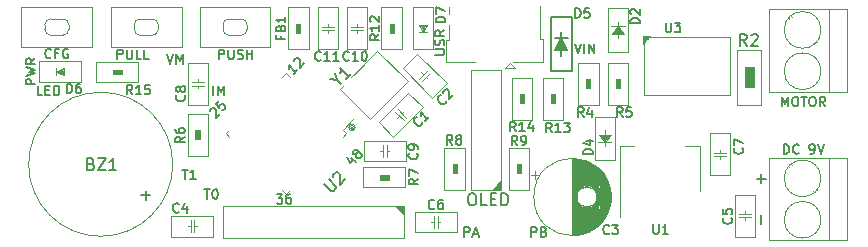
<source format=gto>
%TF.GenerationSoftware,KiCad,Pcbnew,(5.1.9)-1*%
%TF.CreationDate,2021-05-22T10:51:53+02:00*%
%TF.ProjectId,SPD_DC_MotorHBridge,5350445f-4443-45f4-9d6f-746f72484272,rev?*%
%TF.SameCoordinates,Original*%
%TF.FileFunction,Legend,Top*%
%TF.FilePolarity,Positive*%
%FSLAX46Y46*%
G04 Gerber Fmt 4.6, Leading zero omitted, Abs format (unit mm)*
G04 Created by KiCad (PCBNEW (5.1.9)-1) date 2021-05-22 10:51:53*
%MOMM*%
%LPD*%
G01*
G04 APERTURE LIST*
%ADD10C,0.150000*%
%ADD11C,0.120000*%
%ADD12C,0.100000*%
%ADD13C,0.200000*%
%ADD14C,2.318000*%
%ADD15O,1.718000X1.718000*%
%ADD16C,1.718000*%
%ADD17C,1.768000*%
%ADD18O,1.018000X1.718000*%
%ADD19C,1.618000*%
%ADD20C,2.018000*%
G04 APERTURE END LIST*
D10*
X47002809Y-3371904D02*
X47269476Y-4171904D01*
X47536142Y-3371904D01*
X47802809Y-4171904D02*
X47802809Y-3371904D01*
X48183761Y-4171904D02*
X48183761Y-3371904D01*
X48640904Y-4171904D01*
X48640904Y-3371904D01*
X35172704Y-4311523D02*
X35820323Y-4311523D01*
X35896514Y-4273428D01*
X35934609Y-4235333D01*
X35972704Y-4159142D01*
X35972704Y-4006761D01*
X35934609Y-3930571D01*
X35896514Y-3892476D01*
X35820323Y-3854380D01*
X35172704Y-3854380D01*
X35934609Y-3511523D02*
X35972704Y-3397238D01*
X35972704Y-3206761D01*
X35934609Y-3130571D01*
X35896514Y-3092476D01*
X35820323Y-3054380D01*
X35744133Y-3054380D01*
X35667942Y-3092476D01*
X35629847Y-3130571D01*
X35591752Y-3206761D01*
X35553657Y-3359142D01*
X35515561Y-3435333D01*
X35477466Y-3473428D01*
X35401276Y-3511523D01*
X35325085Y-3511523D01*
X35248895Y-3473428D01*
X35210800Y-3435333D01*
X35172704Y-3359142D01*
X35172704Y-3168666D01*
X35210800Y-3054380D01*
X35972704Y-2254380D02*
X35591752Y-2521047D01*
X35972704Y-2711523D02*
X35172704Y-2711523D01*
X35172704Y-2406761D01*
X35210800Y-2330571D01*
X35248895Y-2292476D01*
X35325085Y-2254380D01*
X35439371Y-2254380D01*
X35515561Y-2292476D01*
X35553657Y-2330571D01*
X35591752Y-2406761D01*
X35591752Y-2711523D01*
X1924114Y-7727904D02*
X1543161Y-7727904D01*
X1543161Y-6927904D01*
X2190780Y-7308857D02*
X2457447Y-7308857D01*
X2571733Y-7727904D02*
X2190780Y-7727904D01*
X2190780Y-6927904D01*
X2571733Y-6927904D01*
X2914590Y-7727904D02*
X2914590Y-6927904D01*
X3105066Y-6927904D01*
X3219352Y-6966000D01*
X3295542Y-7042190D01*
X3333638Y-7118380D01*
X3371733Y-7270761D01*
X3371733Y-7385047D01*
X3333638Y-7537428D01*
X3295542Y-7613619D01*
X3219352Y-7689809D01*
X3105066Y-7727904D01*
X2914590Y-7727904D01*
X1327104Y-6807066D02*
X527104Y-6807066D01*
X527104Y-6502304D01*
X565200Y-6426114D01*
X603295Y-6388019D01*
X679485Y-6349923D01*
X793771Y-6349923D01*
X869961Y-6388019D01*
X908057Y-6426114D01*
X946152Y-6502304D01*
X946152Y-6807066D01*
X527104Y-6083257D02*
X1327104Y-5892780D01*
X755676Y-5740400D01*
X1327104Y-5588019D01*
X527104Y-5397542D01*
X1327104Y-4635638D02*
X946152Y-4902304D01*
X1327104Y-5092780D02*
X527104Y-5092780D01*
X527104Y-4788019D01*
X565200Y-4711828D01*
X603295Y-4673733D01*
X679485Y-4635638D01*
X793771Y-4635638D01*
X869961Y-4673733D01*
X908057Y-4711828D01*
X946152Y-4788019D01*
X946152Y-5092780D01*
X28063557Y-13045206D02*
X28440680Y-13422329D01*
X27713371Y-12964393D02*
X27982745Y-13503141D01*
X28332931Y-13152955D01*
X28494555Y-12721957D02*
X28413743Y-12748894D01*
X28359868Y-12748894D01*
X28279056Y-12721957D01*
X28252119Y-12695019D01*
X28225181Y-12614207D01*
X28225181Y-12560332D01*
X28252119Y-12479520D01*
X28359868Y-12371771D01*
X28440680Y-12344833D01*
X28494555Y-12344833D01*
X28575367Y-12371771D01*
X28602305Y-12398708D01*
X28629242Y-12479520D01*
X28629242Y-12533395D01*
X28602305Y-12614207D01*
X28494555Y-12721957D01*
X28467618Y-12802769D01*
X28467618Y-12856644D01*
X28494555Y-12937456D01*
X28602305Y-13045206D01*
X28683117Y-13072143D01*
X28736992Y-13072143D01*
X28817804Y-13045206D01*
X28925554Y-12937456D01*
X28952491Y-12856644D01*
X28952491Y-12802769D01*
X28925554Y-12721957D01*
X28817804Y-12614207D01*
X28736992Y-12587270D01*
X28683117Y-12587270D01*
X28602305Y-12614207D01*
X21755180Y-16122704D02*
X22250419Y-16122704D01*
X21983752Y-16427466D01*
X22098038Y-16427466D01*
X22174228Y-16465561D01*
X22212323Y-16503657D01*
X22250419Y-16579847D01*
X22250419Y-16770323D01*
X22212323Y-16846514D01*
X22174228Y-16884609D01*
X22098038Y-16922704D01*
X21869466Y-16922704D01*
X21793276Y-16884609D01*
X21755180Y-16846514D01*
X22936133Y-16122704D02*
X22783752Y-16122704D01*
X22707561Y-16160800D01*
X22669466Y-16198895D01*
X22593276Y-16313180D01*
X22555180Y-16465561D01*
X22555180Y-16770323D01*
X22593276Y-16846514D01*
X22631371Y-16884609D01*
X22707561Y-16922704D01*
X22859942Y-16922704D01*
X22936133Y-16884609D01*
X22974228Y-16846514D01*
X23012323Y-16770323D01*
X23012323Y-16579847D01*
X22974228Y-16503657D01*
X22936133Y-16465561D01*
X22859942Y-16427466D01*
X22707561Y-16427466D01*
X22631371Y-16465561D01*
X22593276Y-16503657D01*
X22555180Y-16579847D01*
X16127896Y-9115893D02*
X16127896Y-9062018D01*
X16154833Y-8981206D01*
X16289520Y-8846519D01*
X16370332Y-8819581D01*
X16424207Y-8819581D01*
X16505019Y-8846519D01*
X16558894Y-8900393D01*
X16612769Y-9008143D01*
X16612769Y-9654641D01*
X16962955Y-9304454D01*
X16909080Y-8226958D02*
X16639706Y-8496332D01*
X16882143Y-8792644D01*
X16882143Y-8738769D01*
X16909080Y-8657957D01*
X17043767Y-8523270D01*
X17124580Y-8496332D01*
X17178454Y-8496332D01*
X17259267Y-8523270D01*
X17393954Y-8657957D01*
X17420891Y-8738769D01*
X17420891Y-8792644D01*
X17393954Y-8873456D01*
X17259267Y-9008143D01*
X17178454Y-9035080D01*
X17124580Y-9035080D01*
X23516155Y-5596054D02*
X23192906Y-5919303D01*
X23354531Y-5757679D02*
X22788845Y-5191993D01*
X22815783Y-5326680D01*
X22815783Y-5434430D01*
X22788845Y-5515242D01*
X23219844Y-4868745D02*
X23219844Y-4814870D01*
X23246781Y-4734058D01*
X23381468Y-4599371D01*
X23462280Y-4572433D01*
X23516155Y-4572433D01*
X23596967Y-4599371D01*
X23650842Y-4653245D01*
X23704717Y-4760995D01*
X23704717Y-5407493D01*
X24054903Y-5057306D01*
X43332476Y-19729404D02*
X43332476Y-18929404D01*
X43637238Y-18929404D01*
X43713428Y-18967500D01*
X43751523Y-19005595D01*
X43789619Y-19081785D01*
X43789619Y-19196071D01*
X43751523Y-19272261D01*
X43713428Y-19310357D01*
X43637238Y-19348452D01*
X43332476Y-19348452D01*
X44399142Y-19310357D02*
X44513428Y-19348452D01*
X44551523Y-19386547D01*
X44589619Y-19462738D01*
X44589619Y-19577023D01*
X44551523Y-19653214D01*
X44513428Y-19691309D01*
X44437238Y-19729404D01*
X44132476Y-19729404D01*
X44132476Y-18929404D01*
X44399142Y-18929404D01*
X44475333Y-18967500D01*
X44513428Y-19005595D01*
X44551523Y-19081785D01*
X44551523Y-19157976D01*
X44513428Y-19234166D01*
X44475333Y-19272261D01*
X44399142Y-19310357D01*
X44132476Y-19310357D01*
X37649219Y-19716704D02*
X37649219Y-18916704D01*
X37953980Y-18916704D01*
X38030171Y-18954800D01*
X38068266Y-18992895D01*
X38106361Y-19069085D01*
X38106361Y-19183371D01*
X38068266Y-19259561D01*
X38030171Y-19297657D01*
X37953980Y-19335752D01*
X37649219Y-19335752D01*
X38411123Y-19488133D02*
X38792076Y-19488133D01*
X38334933Y-19716704D02*
X38601600Y-18916704D01*
X38868266Y-19716704D01*
X16408457Y-7727904D02*
X16408457Y-6927904D01*
X16789409Y-7727904D02*
X16789409Y-6927904D01*
X17056076Y-7499333D01*
X17322742Y-6927904D01*
X17322742Y-7727904D01*
X12484190Y-4286304D02*
X12750857Y-5086304D01*
X13017523Y-4286304D01*
X13284190Y-5086304D02*
X13284190Y-4286304D01*
X13550857Y-4857733D01*
X13817523Y-4286304D01*
X13817523Y-5086304D01*
X13766876Y-14039904D02*
X14224019Y-14039904D01*
X13995447Y-14839904D02*
X13995447Y-14039904D01*
X14909733Y-14839904D02*
X14452590Y-14839904D01*
X14681161Y-14839904D02*
X14681161Y-14039904D01*
X14604971Y-14154190D01*
X14528780Y-14230380D01*
X14452590Y-14268476D01*
X15646476Y-15716304D02*
X16103619Y-15716304D01*
X15875047Y-16516304D02*
X15875047Y-15716304D01*
X16522666Y-15716304D02*
X16598857Y-15716304D01*
X16675047Y-15754400D01*
X16713142Y-15792495D01*
X16751238Y-15868685D01*
X16789333Y-16021066D01*
X16789333Y-16211542D01*
X16751238Y-16363923D01*
X16713142Y-16440114D01*
X16675047Y-16478209D01*
X16598857Y-16516304D01*
X16522666Y-16516304D01*
X16446476Y-16478209D01*
X16408380Y-16440114D01*
X16370285Y-16363923D01*
X16332190Y-16211542D01*
X16332190Y-16021066D01*
X16370285Y-15868685D01*
X16408380Y-15792495D01*
X16446476Y-15754400D01*
X16522666Y-15716304D01*
X38222419Y-16063980D02*
X38412895Y-16063980D01*
X38508133Y-16111600D01*
X38603371Y-16206838D01*
X38650990Y-16397314D01*
X38650990Y-16730647D01*
X38603371Y-16921123D01*
X38508133Y-17016361D01*
X38412895Y-17063980D01*
X38222419Y-17063980D01*
X38127180Y-17016361D01*
X38031942Y-16921123D01*
X37984323Y-16730647D01*
X37984323Y-16397314D01*
X38031942Y-16206838D01*
X38127180Y-16111600D01*
X38222419Y-16063980D01*
X39555752Y-17063980D02*
X39079561Y-17063980D01*
X39079561Y-16063980D01*
X39889085Y-16540171D02*
X40222419Y-16540171D01*
X40365276Y-17063980D02*
X39889085Y-17063980D01*
X39889085Y-16063980D01*
X40365276Y-16063980D01*
X40793847Y-17063980D02*
X40793847Y-16063980D01*
X41031942Y-16063980D01*
X41174800Y-16111600D01*
X41270038Y-16206838D01*
X41317657Y-16302076D01*
X41365276Y-16492552D01*
X41365276Y-16635409D01*
X41317657Y-16825885D01*
X41270038Y-16921123D01*
X41174800Y-17016361D01*
X41031942Y-17063980D01*
X40793847Y-17063980D01*
X62809428Y-18668952D02*
X62809428Y-17907047D01*
X62407847Y-14803428D02*
X63169752Y-14803428D01*
X62788800Y-15184380D02*
X62788800Y-14422476D01*
X64706704Y-12706304D02*
X64706704Y-11906304D01*
X64897180Y-11906304D01*
X65011466Y-11944400D01*
X65087657Y-12020590D01*
X65125752Y-12096780D01*
X65163847Y-12249161D01*
X65163847Y-12363447D01*
X65125752Y-12515828D01*
X65087657Y-12592019D01*
X65011466Y-12668209D01*
X64897180Y-12706304D01*
X64706704Y-12706304D01*
X65963847Y-12630114D02*
X65925752Y-12668209D01*
X65811466Y-12706304D01*
X65735276Y-12706304D01*
X65620990Y-12668209D01*
X65544800Y-12592019D01*
X65506704Y-12515828D01*
X65468609Y-12363447D01*
X65468609Y-12249161D01*
X65506704Y-12096780D01*
X65544800Y-12020590D01*
X65620990Y-11944400D01*
X65735276Y-11906304D01*
X65811466Y-11906304D01*
X65925752Y-11944400D01*
X65963847Y-11982495D01*
X66954323Y-12706304D02*
X67106704Y-12706304D01*
X67182895Y-12668209D01*
X67220990Y-12630114D01*
X67297180Y-12515828D01*
X67335276Y-12363447D01*
X67335276Y-12058685D01*
X67297180Y-11982495D01*
X67259085Y-11944400D01*
X67182895Y-11906304D01*
X67030514Y-11906304D01*
X66954323Y-11944400D01*
X66916228Y-11982495D01*
X66878133Y-12058685D01*
X66878133Y-12249161D01*
X66916228Y-12325352D01*
X66954323Y-12363447D01*
X67030514Y-12401542D01*
X67182895Y-12401542D01*
X67259085Y-12363447D01*
X67297180Y-12325352D01*
X67335276Y-12249161D01*
X67563847Y-11906304D02*
X67830514Y-12706304D01*
X68097180Y-11906304D01*
X64535276Y-8680404D02*
X64535276Y-7880404D01*
X64801942Y-8451833D01*
X65068609Y-7880404D01*
X65068609Y-8680404D01*
X65601942Y-7880404D02*
X65754323Y-7880404D01*
X65830514Y-7918500D01*
X65906704Y-7994690D01*
X65944800Y-8147071D01*
X65944800Y-8413738D01*
X65906704Y-8566119D01*
X65830514Y-8642309D01*
X65754323Y-8680404D01*
X65601942Y-8680404D01*
X65525752Y-8642309D01*
X65449561Y-8566119D01*
X65411466Y-8413738D01*
X65411466Y-8147071D01*
X65449561Y-7994690D01*
X65525752Y-7918500D01*
X65601942Y-7880404D01*
X66173371Y-7880404D02*
X66630514Y-7880404D01*
X66401942Y-8680404D02*
X66401942Y-7880404D01*
X67049561Y-7880404D02*
X67201942Y-7880404D01*
X67278133Y-7918500D01*
X67354323Y-7994690D01*
X67392419Y-8147071D01*
X67392419Y-8413738D01*
X67354323Y-8566119D01*
X67278133Y-8642309D01*
X67201942Y-8680404D01*
X67049561Y-8680404D01*
X66973371Y-8642309D01*
X66897180Y-8566119D01*
X66859085Y-8413738D01*
X66859085Y-8147071D01*
X66897180Y-7994690D01*
X66973371Y-7918500D01*
X67049561Y-7880404D01*
X68192419Y-8680404D02*
X67925752Y-8299452D01*
X67735276Y-8680404D02*
X67735276Y-7880404D01*
X68040038Y-7880404D01*
X68116228Y-7918500D01*
X68154323Y-7956595D01*
X68192419Y-8032785D01*
X68192419Y-8147071D01*
X68154323Y-8223261D01*
X68116228Y-8261357D01*
X68040038Y-8299452D01*
X67735276Y-8299452D01*
X16859428Y-4679904D02*
X16859428Y-3879904D01*
X17164190Y-3879904D01*
X17240380Y-3918000D01*
X17278476Y-3956095D01*
X17316571Y-4032285D01*
X17316571Y-4146571D01*
X17278476Y-4222761D01*
X17240380Y-4260857D01*
X17164190Y-4298952D01*
X16859428Y-4298952D01*
X17659428Y-3879904D02*
X17659428Y-4527523D01*
X17697523Y-4603714D01*
X17735619Y-4641809D01*
X17811809Y-4679904D01*
X17964190Y-4679904D01*
X18040380Y-4641809D01*
X18078476Y-4603714D01*
X18116571Y-4527523D01*
X18116571Y-3879904D01*
X18459428Y-4641809D02*
X18573714Y-4679904D01*
X18764190Y-4679904D01*
X18840380Y-4641809D01*
X18878476Y-4603714D01*
X18916571Y-4527523D01*
X18916571Y-4451333D01*
X18878476Y-4375142D01*
X18840380Y-4337047D01*
X18764190Y-4298952D01*
X18611809Y-4260857D01*
X18535619Y-4222761D01*
X18497523Y-4184666D01*
X18459428Y-4108476D01*
X18459428Y-4032285D01*
X18497523Y-3956095D01*
X18535619Y-3918000D01*
X18611809Y-3879904D01*
X18802285Y-3879904D01*
X18916571Y-3918000D01*
X19259428Y-4679904D02*
X19259428Y-3879904D01*
X19259428Y-4260857D02*
X19716571Y-4260857D01*
X19716571Y-4679904D02*
X19716571Y-3879904D01*
X8274209Y-4679904D02*
X8274209Y-3879904D01*
X8578971Y-3879904D01*
X8655161Y-3918000D01*
X8693257Y-3956095D01*
X8731352Y-4032285D01*
X8731352Y-4146571D01*
X8693257Y-4222761D01*
X8655161Y-4260857D01*
X8578971Y-4298952D01*
X8274209Y-4298952D01*
X9074209Y-3879904D02*
X9074209Y-4527523D01*
X9112304Y-4603714D01*
X9150400Y-4641809D01*
X9226590Y-4679904D01*
X9378971Y-4679904D01*
X9455161Y-4641809D01*
X9493257Y-4603714D01*
X9531352Y-4527523D01*
X9531352Y-3879904D01*
X10293257Y-4679904D02*
X9912304Y-4679904D01*
X9912304Y-3879904D01*
X10940876Y-4679904D02*
X10559923Y-4679904D01*
X10559923Y-3879904D01*
X2654361Y-4552914D02*
X2616266Y-4591009D01*
X2501980Y-4629104D01*
X2425790Y-4629104D01*
X2311504Y-4591009D01*
X2235314Y-4514819D01*
X2197219Y-4438628D01*
X2159123Y-4286247D01*
X2159123Y-4171961D01*
X2197219Y-4019580D01*
X2235314Y-3943390D01*
X2311504Y-3867200D01*
X2425790Y-3829104D01*
X2501980Y-3829104D01*
X2616266Y-3867200D01*
X2654361Y-3905295D01*
X3263885Y-4210057D02*
X2997219Y-4210057D01*
X2997219Y-4629104D02*
X2997219Y-3829104D01*
X3378171Y-3829104D01*
X4101980Y-3867200D02*
X4025790Y-3829104D01*
X3911504Y-3829104D01*
X3797219Y-3867200D01*
X3721028Y-3943390D01*
X3682933Y-4019580D01*
X3644838Y-4171961D01*
X3644838Y-4286247D01*
X3682933Y-4438628D01*
X3721028Y-4514819D01*
X3797219Y-4591009D01*
X3911504Y-4629104D01*
X3987695Y-4629104D01*
X4101980Y-4591009D01*
X4140076Y-4552914D01*
X4140076Y-4286247D01*
X3987695Y-4286247D01*
D11*
X28053398Y-10490200D02*
X28206700Y-10490200D01*
X28412608Y-10490200D02*
G75*
G03*
X28412608Y-10490200I-269408J0D01*
G01*
X28233003Y-10490200D02*
G75*
G03*
X28233003Y-10490200I-89803J0D01*
G01*
X28322805Y-10490200D02*
G75*
G03*
X28322805Y-10490200I-179605J0D01*
G01*
%TO.C,R2*%
X62801500Y-3886200D02*
X62801500Y-8559800D01*
X60769500Y-3886200D02*
X60769500Y-8559800D01*
X60769500Y-3886200D02*
X62801500Y-3886200D01*
X60769500Y-8559800D02*
X62801500Y-8559800D01*
D12*
G36*
X61379100Y-7086600D02*
G01*
X61379100Y-5359400D01*
X62141100Y-5359400D01*
X62141100Y-7086600D01*
X61379100Y-7086600D01*
G37*
X61379100Y-7086600D02*
X61379100Y-5359400D01*
X62141100Y-5359400D01*
X62141100Y-7086600D01*
X61379100Y-7086600D01*
D11*
%TO.C,U3*%
X60121800Y-7708900D02*
X60121800Y-2832100D01*
X60121800Y-7708900D02*
X52908200Y-7708900D01*
X52908200Y-7708900D02*
X52908200Y-2832100D01*
X60121800Y-2832100D02*
X52908200Y-2832100D01*
D12*
G36*
X52806600Y-3390900D02*
G01*
X52806600Y-2730500D01*
X53416200Y-2730500D01*
X52806600Y-3390900D01*
G37*
X52806600Y-3390900D02*
X52806600Y-2730500D01*
X53416200Y-2730500D01*
X52806600Y-3390900D01*
D11*
%TO.C,J1*%
X67208000Y-3318000D02*
X67284000Y-3394000D01*
X65114000Y-1225000D02*
X65168000Y-1279000D01*
X67419000Y-3150000D02*
X67474000Y-3204000D01*
X65304000Y-1035000D02*
X65380000Y-1111000D01*
X63434000Y-465000D02*
X70054000Y-465000D01*
X63434000Y-7465000D02*
X70054000Y-7465000D01*
X70054000Y-7465000D02*
X70054000Y-465000D01*
X63434000Y-7465000D02*
X63434000Y-465000D01*
X68494000Y-7465000D02*
X68494000Y-465000D01*
X67849000Y-2215000D02*
G75*
G03*
X67849000Y-2215000I-1555000J0D01*
G01*
X67849000Y-5715000D02*
G75*
G03*
X67849000Y-5715000I-1555000J0D01*
G01*
%TO.C,Y1*%
X27134239Y-7181289D02*
X29684632Y-9731682D01*
X29684632Y-9731682D02*
X32845682Y-6570632D01*
X27134239Y-7181289D02*
X30295289Y-4020239D01*
X30295289Y-4020239D02*
X32845682Y-6570632D01*
D12*
%TO.C,J4*%
G36*
X31813500Y-17157700D02*
G01*
X32512000Y-17161200D01*
X32512000Y-17856200D01*
X31813500Y-17157700D01*
G37*
X31813500Y-17157700D02*
X32512000Y-17161200D01*
X32512000Y-17856200D01*
X31813500Y-17157700D01*
D11*
X17212000Y-17161200D02*
X17212000Y-19821200D01*
X32512000Y-17161200D02*
X17212000Y-17161200D01*
X32512000Y-19821200D02*
X17212000Y-19821200D01*
X32512000Y-17161200D02*
X32512000Y-19821200D01*
%TO.C,R12*%
X32359600Y-304800D02*
X30632400Y-304800D01*
X32359600Y-3860800D02*
X30632400Y-3860800D01*
X30632400Y-3860800D02*
X30632400Y-304800D01*
X32359600Y-3860800D02*
X32359600Y-304800D01*
D12*
G36*
X31699200Y-1676400D02*
G01*
X31699200Y-2489200D01*
X31343600Y-2489200D01*
X31343600Y-1676400D01*
X31699200Y-1676400D01*
G37*
X31699200Y-1676400D02*
X31699200Y-2489200D01*
X31343600Y-2489200D01*
X31343600Y-1676400D01*
X31699200Y-1676400D01*
D11*
%TO.C,D7*%
X34137600Y-1955800D02*
X34137600Y-2400300D01*
X34264600Y-1828800D02*
X34137600Y-1955800D01*
X34137600Y-1828800D02*
X34264600Y-1828800D01*
X34137600Y-2209800D02*
X34137600Y-1828800D01*
X34137600Y-2400300D02*
X34455100Y-1765300D01*
X33820100Y-2400300D02*
X34455100Y-2400300D01*
X33820100Y-1765300D02*
X34137600Y-2400300D01*
X33820100Y-1765300D02*
X34455100Y-1765300D01*
X34137600Y-2209800D02*
X33947100Y-1828800D01*
X34074100Y-1828800D02*
X34137600Y-2273300D01*
X34137600Y-2273300D02*
X34328100Y-1828800D01*
X35001200Y-3860800D02*
X35001200Y-304800D01*
X33274000Y-3860800D02*
X35001200Y-3860800D01*
X33274000Y-304800D02*
X33274000Y-3860800D01*
X33274000Y-304800D02*
X35001200Y-304800D01*
%TO.C,R15*%
X6502400Y-4927600D02*
X6502400Y-6654800D01*
X10058400Y-4927600D02*
X10058400Y-6654800D01*
X10058400Y-6654800D02*
X6502400Y-6654800D01*
X10058400Y-4927600D02*
X6502400Y-4927600D01*
D12*
G36*
X7874000Y-5588000D02*
G01*
X8686800Y-5588000D01*
X8686800Y-5943600D01*
X7874000Y-5943600D01*
X7874000Y-5588000D01*
G37*
X7874000Y-5588000D02*
X8686800Y-5588000D01*
X8686800Y-5943600D01*
X7874000Y-5943600D01*
X7874000Y-5588000D01*
D11*
%TO.C,D6*%
X3530600Y-5740400D02*
X3086100Y-5740400D01*
X3657600Y-5867400D02*
X3530600Y-5740400D01*
X3657600Y-5740400D02*
X3657600Y-5867400D01*
X3276600Y-5740400D02*
X3657600Y-5740400D01*
X3086100Y-5740400D02*
X3721100Y-6057900D01*
X3086100Y-5422900D02*
X3086100Y-6057900D01*
X3721100Y-5422900D02*
X3086100Y-5740400D01*
X3721100Y-5422900D02*
X3721100Y-6057900D01*
X3276600Y-5740400D02*
X3657600Y-5549900D01*
X3657600Y-5676900D02*
X3213100Y-5740400D01*
X3213100Y-5740400D02*
X3657600Y-5930900D01*
X1625600Y-6604000D02*
X5181600Y-6604000D01*
X1625600Y-4876800D02*
X1625600Y-6604000D01*
X5181600Y-4876800D02*
X1625600Y-4876800D01*
X5181600Y-4876800D02*
X5181600Y-6604000D01*
%TO.C,FB1*%
X22758400Y-3860800D02*
X24485600Y-3860800D01*
X22758400Y-304800D02*
X24485600Y-304800D01*
X24485600Y-304800D02*
X24485600Y-3860800D01*
X22758400Y-304800D02*
X22758400Y-3860800D01*
D12*
G36*
X23418800Y-2489200D02*
G01*
X23418800Y-1676400D01*
X23774400Y-1676400D01*
X23774400Y-2489200D01*
X23418800Y-2489200D01*
G37*
X23418800Y-2489200D02*
X23418800Y-1676400D01*
X23774400Y-1676400D01*
X23774400Y-2489200D01*
X23418800Y-2489200D01*
D11*
%TO.C,R14*%
X43383200Y-6248400D02*
X41656000Y-6248400D01*
X43383200Y-9804400D02*
X41656000Y-9804400D01*
X41656000Y-9804400D02*
X41656000Y-6248400D01*
X43383200Y-9804400D02*
X43383200Y-6248400D01*
D12*
G36*
X42722800Y-7620000D02*
G01*
X42722800Y-8432800D01*
X42367200Y-8432800D01*
X42367200Y-7620000D01*
X42722800Y-7620000D01*
G37*
X42722800Y-7620000D02*
X42722800Y-8432800D01*
X42367200Y-8432800D01*
X42367200Y-7620000D01*
X42722800Y-7620000D01*
D11*
%TO.C,R13*%
X46024800Y-6248400D02*
X44297600Y-6248400D01*
X46024800Y-9804400D02*
X44297600Y-9804400D01*
X44297600Y-9804400D02*
X44297600Y-6248400D01*
X46024800Y-9804400D02*
X46024800Y-6248400D01*
D12*
G36*
X45364400Y-7620000D02*
G01*
X45364400Y-8432800D01*
X45008800Y-8432800D01*
X45008800Y-7620000D01*
X45364400Y-7620000D01*
G37*
X45364400Y-7620000D02*
X45364400Y-8432800D01*
X45008800Y-8432800D01*
X45008800Y-7620000D01*
X45364400Y-7620000D01*
D11*
%TO.C,R9*%
X43129200Y-12192000D02*
X41402000Y-12192000D01*
X43129200Y-15748000D02*
X41402000Y-15748000D01*
X41402000Y-15748000D02*
X41402000Y-12192000D01*
X43129200Y-15748000D02*
X43129200Y-12192000D01*
D12*
G36*
X42468800Y-13563600D02*
G01*
X42468800Y-14376400D01*
X42113200Y-14376400D01*
X42113200Y-13563600D01*
X42468800Y-13563600D01*
G37*
X42468800Y-13563600D02*
X42468800Y-14376400D01*
X42113200Y-14376400D01*
X42113200Y-13563600D01*
X42468800Y-13563600D01*
D11*
%TO.C,R8*%
X37693600Y-12192000D02*
X35966400Y-12192000D01*
X37693600Y-15748000D02*
X35966400Y-15748000D01*
X35966400Y-15748000D02*
X35966400Y-12192000D01*
X37693600Y-15748000D02*
X37693600Y-12192000D01*
D12*
G36*
X37033200Y-13563600D02*
G01*
X37033200Y-14376400D01*
X36677600Y-14376400D01*
X36677600Y-13563600D01*
X37033200Y-13563600D01*
G37*
X37033200Y-13563600D02*
X37033200Y-14376400D01*
X36677600Y-14376400D01*
X36677600Y-13563600D01*
X37033200Y-13563600D01*
D11*
%TO.C,R7*%
X32664400Y-15544800D02*
X32664400Y-13817600D01*
X29108400Y-15544800D02*
X29108400Y-13817600D01*
X29108400Y-13817600D02*
X32664400Y-13817600D01*
X29108400Y-15544800D02*
X32664400Y-15544800D01*
D12*
G36*
X31292800Y-14884400D02*
G01*
X30480000Y-14884400D01*
X30480000Y-14528800D01*
X31292800Y-14528800D01*
X31292800Y-14884400D01*
G37*
X31292800Y-14884400D02*
X30480000Y-14884400D01*
X30480000Y-14528800D01*
X31292800Y-14528800D01*
X31292800Y-14884400D01*
D11*
%TO.C,R6*%
X14224000Y-12903200D02*
X15951200Y-12903200D01*
X14224000Y-9347200D02*
X15951200Y-9347200D01*
X15951200Y-9347200D02*
X15951200Y-12903200D01*
X14224000Y-9347200D02*
X14224000Y-12903200D01*
D12*
G36*
X14884400Y-11531600D02*
G01*
X14884400Y-10718800D01*
X15240000Y-10718800D01*
X15240000Y-11531600D01*
X14884400Y-11531600D01*
G37*
X14884400Y-11531600D02*
X14884400Y-10718800D01*
X15240000Y-10718800D01*
X15240000Y-11531600D01*
X14884400Y-11531600D01*
D11*
%TO.C,R5*%
X51511200Y-5029200D02*
X49784000Y-5029200D01*
X51511200Y-8585200D02*
X49784000Y-8585200D01*
X49784000Y-8585200D02*
X49784000Y-5029200D01*
X51511200Y-8585200D02*
X51511200Y-5029200D01*
D12*
G36*
X50850800Y-6400800D02*
G01*
X50850800Y-7213600D01*
X50495200Y-7213600D01*
X50495200Y-6400800D01*
X50850800Y-6400800D01*
G37*
X50850800Y-6400800D02*
X50850800Y-7213600D01*
X50495200Y-7213600D01*
X50495200Y-6400800D01*
X50850800Y-6400800D01*
D11*
%TO.C,R4*%
X47294800Y-8534400D02*
X49022000Y-8534400D01*
X47294800Y-4978400D02*
X49022000Y-4978400D01*
X49022000Y-4978400D02*
X49022000Y-8534400D01*
X47294800Y-4978400D02*
X47294800Y-8534400D01*
D12*
G36*
X47955200Y-7162800D02*
G01*
X47955200Y-6350000D01*
X48310800Y-6350000D01*
X48310800Y-7162800D01*
X47955200Y-7162800D01*
G37*
X47955200Y-7162800D02*
X47955200Y-6350000D01*
X48310800Y-6350000D01*
X48310800Y-7162800D01*
X47955200Y-7162800D01*
D11*
%TO.C,C11*%
X25247600Y-3860800D02*
X26974800Y-3860800D01*
X25247600Y-304800D02*
X26974800Y-304800D01*
X26974800Y-304800D02*
X26974800Y-3860800D01*
X25247600Y-304800D02*
X25247600Y-3860800D01*
X26619200Y-1930400D02*
X25603200Y-1930400D01*
X26619200Y-2235200D02*
X25603200Y-2235200D01*
X26111200Y-2235200D02*
X26111200Y-2489200D01*
X26111200Y-1676400D02*
X26111200Y-1930400D01*
%TO.C,C10*%
X27686000Y-3860800D02*
X29413200Y-3860800D01*
X27686000Y-304800D02*
X29413200Y-304800D01*
X29413200Y-304800D02*
X29413200Y-3860800D01*
X27686000Y-304800D02*
X27686000Y-3860800D01*
X29057600Y-1930400D02*
X28041600Y-1930400D01*
X29057600Y-2235200D02*
X28041600Y-2235200D01*
X28549600Y-2235200D02*
X28549600Y-2489200D01*
X28549600Y-1676400D02*
X28549600Y-1930400D01*
%TO.C,C9*%
X32715200Y-13309600D02*
X32715200Y-11582400D01*
X29159200Y-13309600D02*
X29159200Y-11582400D01*
X29159200Y-11582400D02*
X32715200Y-11582400D01*
X29159200Y-13309600D02*
X32715200Y-13309600D01*
X30784800Y-11938000D02*
X30784800Y-12954000D01*
X31089600Y-11938000D02*
X31089600Y-12954000D01*
X31089600Y-12446000D02*
X31343600Y-12446000D01*
X30530800Y-12446000D02*
X30784800Y-12446000D01*
%TO.C,C8*%
X15951200Y-5029200D02*
X14224000Y-5029200D01*
X15951200Y-8585200D02*
X14224000Y-8585200D01*
X14224000Y-8585200D02*
X14224000Y-5029200D01*
X15951200Y-8585200D02*
X15951200Y-5029200D01*
X14579600Y-6959600D02*
X15595600Y-6959600D01*
X14579600Y-6654800D02*
X15595600Y-6654800D01*
X15087600Y-6654800D02*
X15087600Y-6400800D01*
X15087600Y-7213600D02*
X15087600Y-6959600D01*
%TO.C,C7*%
X58420000Y-14528800D02*
X60147200Y-14528800D01*
X58420000Y-10972800D02*
X60147200Y-10972800D01*
X60147200Y-10972800D02*
X60147200Y-14528800D01*
X58420000Y-10972800D02*
X58420000Y-14528800D01*
X59791600Y-12598400D02*
X58775600Y-12598400D01*
X59791600Y-12903200D02*
X58775600Y-12903200D01*
X59283600Y-12903200D02*
X59283600Y-13157200D01*
X59283600Y-12344400D02*
X59283600Y-12598400D01*
%TO.C,C6*%
X37033200Y-19354800D02*
X37033200Y-17627600D01*
X33477200Y-19354800D02*
X33477200Y-17627600D01*
X33477200Y-17627600D02*
X37033200Y-17627600D01*
X33477200Y-19354800D02*
X37033200Y-19354800D01*
X35102800Y-17983200D02*
X35102800Y-18999200D01*
X35407600Y-17983200D02*
X35407600Y-18999200D01*
X35407600Y-18491200D02*
X35661600Y-18491200D01*
X34848800Y-18491200D02*
X35102800Y-18491200D01*
%TO.C,C5*%
X62280800Y-16154400D02*
X60553600Y-16154400D01*
X62280800Y-19710400D02*
X60553600Y-19710400D01*
X60553600Y-19710400D02*
X60553600Y-16154400D01*
X62280800Y-19710400D02*
X62280800Y-16154400D01*
X60909200Y-18084800D02*
X61925200Y-18084800D01*
X60909200Y-17780000D02*
X61925200Y-17780000D01*
X61417200Y-17780000D02*
X61417200Y-17526000D01*
X61417200Y-18338800D02*
X61417200Y-18084800D01*
%TO.C,C4*%
X12852400Y-17983200D02*
X12852400Y-19710400D01*
X16408400Y-17983200D02*
X16408400Y-19710400D01*
X16408400Y-19710400D02*
X12852400Y-19710400D01*
X16408400Y-17983200D02*
X12852400Y-17983200D01*
X14782800Y-19354800D02*
X14782800Y-18338800D01*
X14478000Y-19354800D02*
X14478000Y-18338800D01*
X14478000Y-18846800D02*
X14224000Y-18846800D01*
X15036800Y-18846800D02*
X14782800Y-18846800D01*
%TO.C,C2*%
X34936578Y-7963893D02*
X36157893Y-6742578D01*
X32422107Y-5449422D02*
X33643422Y-4228107D01*
X33643422Y-4228107D02*
X36157893Y-6742578D01*
X32422107Y-5449422D02*
X34936578Y-7963893D01*
X34541447Y-5629027D02*
X33823027Y-6347447D01*
X34756973Y-5844553D02*
X34038553Y-6562973D01*
X34397763Y-6203763D02*
X34577368Y-6383368D01*
X34002632Y-5808632D02*
X34182237Y-5988237D01*
%TO.C,C1*%
X34125893Y-8751422D02*
X32904578Y-7530107D01*
X31611422Y-11265893D02*
X30390107Y-10044578D01*
X30390107Y-10044578D02*
X32904578Y-7530107D01*
X31611422Y-11265893D02*
X34125893Y-8751422D01*
X31791027Y-9146553D02*
X32509447Y-9864973D01*
X32006553Y-8931027D02*
X32724973Y-9649447D01*
X32365763Y-9290237D02*
X32545368Y-9110632D01*
X31970632Y-9685368D02*
X32150237Y-9505763D01*
%TO.C,SW3*%
X3657600Y-1270000D02*
X2641600Y-1270000D01*
X2133600Y-2159000D02*
X2133600Y-1778000D01*
X4165600Y-2159000D02*
X4165600Y-1778000D01*
X2641600Y-2667000D02*
X3657600Y-2667000D01*
X6146800Y-3644900D02*
X152400Y-3644900D01*
X152400Y-3644900D02*
X152400Y-292100D01*
X152400Y-292100D02*
X6146800Y-292100D01*
X6146800Y-292100D02*
X6146800Y-3644900D01*
X2133600Y-1778000D02*
G75*
G02*
X2641600Y-1270000I508000J0D01*
G01*
X3657600Y-1270000D02*
G75*
G02*
X4165600Y-1778000I0J-508000D01*
G01*
X4165600Y-2159000D02*
G75*
G02*
X3657600Y-2667000I-508000J0D01*
G01*
X2641600Y-2667000D02*
G75*
G02*
X2133600Y-2159000I0J508000D01*
G01*
%TO.C,SW2*%
X11226800Y-1282700D02*
X10210800Y-1282700D01*
X9702800Y-2171700D02*
X9702800Y-1790700D01*
X11734800Y-2171700D02*
X11734800Y-1790700D01*
X10210800Y-2679700D02*
X11226800Y-2679700D01*
X13716000Y-3657600D02*
X7721600Y-3657600D01*
X7721600Y-3657600D02*
X7721600Y-304800D01*
X7721600Y-304800D02*
X13716000Y-304800D01*
X13716000Y-304800D02*
X13716000Y-3657600D01*
X9702800Y-1790700D02*
G75*
G02*
X10210800Y-1282700I508000J0D01*
G01*
X11226800Y-1282700D02*
G75*
G02*
X11734800Y-1790700I0J-508000D01*
G01*
X11734800Y-2171700D02*
G75*
G02*
X11226800Y-2679700I-508000J0D01*
G01*
X10210800Y-2679700D02*
G75*
G02*
X9702800Y-2171700I0J508000D01*
G01*
%TO.C,SW1*%
X18745200Y-1282700D02*
X17729200Y-1282700D01*
X17221200Y-2171700D02*
X17221200Y-1790700D01*
X19253200Y-2171700D02*
X19253200Y-1790700D01*
X17729200Y-2679700D02*
X18745200Y-2679700D01*
X21234400Y-3657600D02*
X15240000Y-3657600D01*
X15240000Y-3657600D02*
X15240000Y-304800D01*
X15240000Y-304800D02*
X21234400Y-304800D01*
X21234400Y-304800D02*
X21234400Y-3657600D01*
X17221200Y-1790700D02*
G75*
G02*
X17729200Y-1282700I508000J0D01*
G01*
X18745200Y-1282700D02*
G75*
G02*
X19253200Y-1790700I0J-508000D01*
G01*
X19253200Y-2171700D02*
G75*
G02*
X18745200Y-2679700I-508000J0D01*
G01*
X17729200Y-2679700D02*
G75*
G02*
X17221200Y-2171700I0J508000D01*
G01*
%TO.C,D4*%
X48971200Y-11747500D02*
X50088800Y-11747500D01*
X49530000Y-12001500D02*
X49530000Y-12141200D01*
X49530000Y-11176000D02*
X49530000Y-12001500D01*
X49530000Y-10718800D02*
X49530000Y-11176000D01*
D12*
G36*
X50038000Y-11074400D02*
G01*
X49530000Y-11747500D01*
X49022000Y-11074400D01*
X50038000Y-11074400D01*
G37*
X50038000Y-11074400D02*
X49530000Y-11747500D01*
X49022000Y-11074400D01*
X50038000Y-11074400D01*
D11*
X48704500Y-13271500D02*
X50380000Y-13258800D01*
X50380000Y-13258800D02*
X50380000Y-9601200D01*
X48704500Y-13271500D02*
X48704500Y-9588500D01*
X48704500Y-9588500D02*
X50380000Y-9601200D01*
%TO.C,D2*%
X51231800Y-1905000D02*
X50114200Y-1905000D01*
X50673000Y-1651000D02*
X50673000Y-1511300D01*
X50673000Y-2476500D02*
X50673000Y-1651000D01*
X50673000Y-2933700D02*
X50673000Y-2476500D01*
D12*
G36*
X50165000Y-2578100D02*
G01*
X50673000Y-1905000D01*
X51181000Y-2578100D01*
X50165000Y-2578100D01*
G37*
X50165000Y-2578100D02*
X50673000Y-1905000D01*
X51181000Y-2578100D01*
X50165000Y-2578100D01*
D11*
X51498500Y-381000D02*
X49823000Y-393700D01*
X49823000Y-393700D02*
X49823000Y-4051300D01*
X51498500Y-381000D02*
X51498500Y-4064000D01*
X51498500Y-4064000D02*
X49823000Y-4051300D01*
D10*
%TO.C,D5*%
X46783400Y-1117600D02*
X46772400Y-5689600D01*
X46783400Y-5689600D02*
X44983400Y-5689600D01*
X44983400Y-5689600D02*
X44983400Y-1117600D01*
X44983400Y-1117600D02*
X46783400Y-1117600D01*
X45872400Y-2362200D02*
X45873080Y-2915920D01*
X45873080Y-2915920D02*
X46423080Y-2915920D01*
X45873080Y-2915920D02*
X45323080Y-2915920D01*
X45872400Y-3911600D02*
X45872400Y-4445000D01*
G36*
X45364400Y-3911600D02*
G01*
X45873080Y-2915920D01*
X46380400Y-3911600D01*
X45364400Y-3911600D01*
G37*
X45364400Y-3911600D02*
X45873080Y-2915920D01*
X46380400Y-3911600D01*
X45364400Y-3911600D01*
D11*
%TO.C,J5*%
X44067000Y-2984500D02*
X44321000Y-2984500D01*
X44321000Y-4953000D02*
X44321000Y-4508500D01*
X41781000Y-4953000D02*
X44321000Y-4953000D01*
X36066000Y-4953000D02*
X38542500Y-4953000D01*
X36068500Y-4598000D02*
X36066000Y-4953000D01*
X41518500Y-5011000D02*
X41918500Y-5461000D01*
X41918500Y-5461000D02*
X41118500Y-5461000D01*
X41118500Y-5461000D02*
X41518500Y-5011000D01*
X36368500Y-248000D02*
X36368500Y-3048000D01*
X36368500Y-3048000D02*
X36068500Y-3048000D01*
X36068500Y-3048000D02*
X36068500Y-4598000D01*
X44068500Y-186000D02*
X44068500Y-2986000D01*
X44321000Y-2986000D02*
X44321000Y-4536000D01*
%TO.C,U2*%
X17768087Y-10667302D02*
X17449889Y-10985500D01*
X17449889Y-10985500D02*
X17768087Y-11303698D01*
X22237002Y-6198387D02*
X22555200Y-5880189D01*
X22555200Y-5880189D02*
X22873398Y-6198387D01*
X22873398Y-15772613D02*
X22555200Y-16090811D01*
X22555200Y-16090811D02*
X22237002Y-15772613D01*
X27342313Y-11303698D02*
X27660511Y-10985500D01*
X27660511Y-10985500D02*
X27342313Y-10667302D01*
X27342313Y-10667302D02*
X28254481Y-9755134D01*
%TO.C,J2*%
X67849000Y-18288000D02*
G75*
G03*
X67849000Y-18288000I-1555000J0D01*
G01*
X67849000Y-14788000D02*
G75*
G03*
X67849000Y-14788000I-1555000J0D01*
G01*
X68494000Y-20038000D02*
X68494000Y-13038000D01*
X63434000Y-20038000D02*
X63434000Y-13038000D01*
X70054000Y-20038000D02*
X70054000Y-13038000D01*
X63434000Y-20038000D02*
X70054000Y-20038000D01*
X63434000Y-13038000D02*
X70054000Y-13038000D01*
X65304000Y-13608000D02*
X65380000Y-13684000D01*
X67419000Y-15723000D02*
X67474000Y-15777000D01*
X65114000Y-13798000D02*
X65168000Y-13852000D01*
X67208000Y-15891000D02*
X67284000Y-15967000D01*
%TO.C,U1*%
X57613600Y-12060000D02*
X56353600Y-12060000D01*
X50793600Y-12060000D02*
X52053600Y-12060000D01*
X57613600Y-15820000D02*
X57613600Y-12060000D01*
X50793600Y-18070000D02*
X50793600Y-12060000D01*
%TO.C,J3*%
X40792400Y-15748000D02*
X38252400Y-15748000D01*
X38252400Y-15748000D02*
X38252400Y-5588000D01*
X40792400Y-15748000D02*
X40792400Y-5588000D01*
X40792400Y-5588000D02*
X38252400Y-5588000D01*
D10*
G36*
X40792400Y-15113000D02*
G01*
X40792400Y-15748000D01*
X40157400Y-15748000D01*
X40792400Y-15113000D01*
G37*
X40792400Y-15113000D02*
X40792400Y-15748000D01*
X40157400Y-15748000D01*
X40792400Y-15113000D01*
D11*
%TO.C,C3*%
X50076800Y-16357600D02*
G75*
G03*
X50076800Y-16357600I-3270000J0D01*
G01*
X46806800Y-13127600D02*
X46806800Y-19587600D01*
X46846800Y-13127600D02*
X46846800Y-19587600D01*
X46886800Y-13127600D02*
X46886800Y-19587600D01*
X46926800Y-13129600D02*
X46926800Y-19585600D01*
X46966800Y-13130600D02*
X46966800Y-19584600D01*
X47006800Y-13133600D02*
X47006800Y-19581600D01*
X47046800Y-13135600D02*
X47046800Y-15317600D01*
X47046800Y-17397600D02*
X47046800Y-19579600D01*
X47086800Y-13139600D02*
X47086800Y-15317600D01*
X47086800Y-17397600D02*
X47086800Y-19575600D01*
X47126800Y-13142600D02*
X47126800Y-15317600D01*
X47126800Y-17397600D02*
X47126800Y-19572600D01*
X47166800Y-13146600D02*
X47166800Y-15317600D01*
X47166800Y-17397600D02*
X47166800Y-19568600D01*
X47206800Y-13151600D02*
X47206800Y-15317600D01*
X47206800Y-17397600D02*
X47206800Y-19563600D01*
X47246800Y-13156600D02*
X47246800Y-15317600D01*
X47246800Y-17397600D02*
X47246800Y-19558600D01*
X47286800Y-13162600D02*
X47286800Y-15317600D01*
X47286800Y-17397600D02*
X47286800Y-19552600D01*
X47326800Y-13168600D02*
X47326800Y-15317600D01*
X47326800Y-17397600D02*
X47326800Y-19546600D01*
X47366800Y-13175600D02*
X47366800Y-15341600D01*
X47366800Y-17397600D02*
X47366800Y-19539600D01*
X47406800Y-13182600D02*
X47406800Y-15317600D01*
X47406800Y-17397600D02*
X47406800Y-19532600D01*
X47446800Y-13190600D02*
X47446800Y-15317600D01*
X47446800Y-17397600D02*
X47446800Y-19524600D01*
X47486800Y-13198600D02*
X47486800Y-15317600D01*
X47486800Y-17397600D02*
X47486800Y-19516600D01*
X47527800Y-13207600D02*
X47527800Y-15317600D01*
X47527800Y-17397600D02*
X47527800Y-19507600D01*
X47567800Y-13216600D02*
X47567800Y-15317600D01*
X47567800Y-17397600D02*
X47567800Y-19498600D01*
X47607800Y-13226600D02*
X47607800Y-15317600D01*
X47607800Y-17397600D02*
X47607800Y-19488600D01*
X47647800Y-13236600D02*
X47647800Y-15317600D01*
X47647800Y-17397600D02*
X47647800Y-19478600D01*
X47687800Y-13247600D02*
X47687800Y-15317600D01*
X47687800Y-17397600D02*
X47687800Y-19467600D01*
X47727800Y-13259600D02*
X47727800Y-15317600D01*
X47727800Y-17397600D02*
X47727800Y-19455600D01*
X47767800Y-13271600D02*
X47767800Y-15317600D01*
X47767800Y-17397600D02*
X47767800Y-19443600D01*
X47807800Y-13283600D02*
X47807800Y-15317600D01*
X47807800Y-17397600D02*
X47807800Y-19431600D01*
X47847800Y-13296600D02*
X47847800Y-15317600D01*
X47847800Y-17397600D02*
X47847800Y-19418600D01*
X47887800Y-13310600D02*
X47887800Y-15317600D01*
X47887800Y-17397600D02*
X47887800Y-19404600D01*
X47927800Y-13324600D02*
X47927800Y-15317600D01*
X47927800Y-17397600D02*
X47927800Y-19390600D01*
X47967800Y-13339600D02*
X47967800Y-15317600D01*
X47967800Y-17397600D02*
X47967800Y-19375600D01*
X48007800Y-13355600D02*
X48007800Y-15317600D01*
X48007800Y-17397600D02*
X48007800Y-19359600D01*
X48047800Y-13371600D02*
X48047800Y-15317600D01*
X48047800Y-17397600D02*
X48047800Y-19343600D01*
X48087800Y-13387600D02*
X48087800Y-15317600D01*
X48087800Y-17397600D02*
X48087800Y-19327600D01*
X48127800Y-13405600D02*
X48127800Y-15317600D01*
X48127800Y-17397600D02*
X48127800Y-19309600D01*
X48167800Y-13423600D02*
X48167800Y-15317600D01*
X48167800Y-17397600D02*
X48167800Y-19291600D01*
X48207800Y-13441600D02*
X48207800Y-15317600D01*
X48207800Y-17397600D02*
X48207800Y-19273600D01*
X48247800Y-13461600D02*
X48247800Y-15317600D01*
X48247800Y-17397600D02*
X48247800Y-19253600D01*
X48287800Y-13481600D02*
X48287800Y-15317600D01*
X48287800Y-17397600D02*
X48287800Y-19233600D01*
X48327800Y-13501600D02*
X48327800Y-15317600D01*
X48327800Y-17397600D02*
X48327800Y-19213600D01*
X48367800Y-13523600D02*
X48367800Y-15317600D01*
X48367800Y-17397600D02*
X48367800Y-19191600D01*
X48407800Y-13545600D02*
X48407800Y-15317600D01*
X48407800Y-17397600D02*
X48407800Y-19169600D01*
X48447800Y-13567600D02*
X48447800Y-15317600D01*
X48447800Y-17397600D02*
X48447800Y-19147600D01*
X48487800Y-13591600D02*
X48487800Y-15317600D01*
X48487800Y-17397600D02*
X48487800Y-19123600D01*
X48527800Y-13615600D02*
X48527800Y-15317600D01*
X48527800Y-17397600D02*
X48527800Y-19099600D01*
X48567800Y-13641600D02*
X48567800Y-15317600D01*
X48567800Y-17397600D02*
X48567800Y-19073600D01*
X48607800Y-13667600D02*
X48607800Y-15317600D01*
X48607800Y-17397600D02*
X48607800Y-19047600D01*
X48647800Y-13693600D02*
X48647800Y-15317600D01*
X48647800Y-17397600D02*
X48647800Y-19021600D01*
X48687800Y-13721600D02*
X48687800Y-15317600D01*
X48687800Y-17397600D02*
X48687800Y-18993600D01*
X48727800Y-13750600D02*
X48727800Y-15317600D01*
X48727800Y-17397600D02*
X48727800Y-18964600D01*
X48767800Y-13779600D02*
X48767800Y-15317600D01*
X48767800Y-17397600D02*
X48767800Y-18935600D01*
X48807800Y-13809600D02*
X48807800Y-15317600D01*
X48807800Y-17397600D02*
X48807800Y-18905600D01*
X48847800Y-13841600D02*
X48847800Y-15317600D01*
X48847800Y-17397600D02*
X48847800Y-18873600D01*
X48887800Y-13873600D02*
X48887800Y-15317600D01*
X48887800Y-17397600D02*
X48887800Y-18841600D01*
X48927800Y-13907600D02*
X48927800Y-15317600D01*
X48927800Y-17397600D02*
X48927800Y-18807600D01*
X48967800Y-13941600D02*
X48967800Y-15317600D01*
X48967800Y-17397600D02*
X48967800Y-18773600D01*
X49007800Y-13977600D02*
X49007800Y-15317600D01*
X49007800Y-17397600D02*
X49007800Y-18737600D01*
X49047800Y-14014600D02*
X49047800Y-15317600D01*
X49047800Y-17397600D02*
X49047800Y-18700600D01*
X49087800Y-14052600D02*
X49087800Y-15317600D01*
X49087800Y-17397600D02*
X49087800Y-18662600D01*
X49127800Y-14092600D02*
X49127800Y-18622600D01*
X49167800Y-14133600D02*
X49167800Y-18581600D01*
X49207800Y-14175600D02*
X49207800Y-18539600D01*
X49247800Y-14220600D02*
X49247800Y-18494600D01*
X49287800Y-14265600D02*
X49287800Y-18449600D01*
X49327800Y-14313600D02*
X49327800Y-18401600D01*
X49367800Y-14362600D02*
X49367800Y-18352600D01*
X49407800Y-14413600D02*
X49407800Y-18301600D01*
X49447800Y-14467600D02*
X49447800Y-18247600D01*
X49487800Y-14523600D02*
X49487800Y-18191600D01*
X49527800Y-14581600D02*
X49527800Y-18133600D01*
X49567800Y-14643600D02*
X49567800Y-18071600D01*
X49607800Y-14707600D02*
X49607800Y-18007600D01*
X49647800Y-14776600D02*
X49647800Y-17938600D01*
X49687800Y-14848600D02*
X49687800Y-17866600D01*
X49727800Y-14925600D02*
X49727800Y-17789600D01*
X49767800Y-15007600D02*
X49767800Y-17707600D01*
X49807800Y-15095600D02*
X49807800Y-17619600D01*
X49847800Y-15192600D02*
X49847800Y-17522600D01*
X49887800Y-15298600D02*
X49887800Y-17416600D01*
X49927800Y-15417600D02*
X49927800Y-17297600D01*
X49967800Y-15555600D02*
X49967800Y-17159600D01*
X50007800Y-15724600D02*
X50007800Y-16990600D01*
X50047800Y-15955600D02*
X50047800Y-16759600D01*
X43306559Y-14518600D02*
X43936559Y-14518600D01*
X43621559Y-14203600D02*
X43621559Y-14833600D01*
D13*
X48887605Y-16357600D02*
G75*
G03*
X48887605Y-16357600I-854305J0D01*
G01*
X49037323Y-16357600D02*
G75*
G03*
X49037323Y-16357600I-1004023J0D01*
G01*
D10*
X49178063Y-16357600D02*
G75*
G03*
X49178063Y-16357600I-1144763J0D01*
G01*
D13*
X49246466Y-16357600D02*
G75*
G03*
X49246466Y-16357600I-1213166J0D01*
G01*
D10*
X49007800Y-15317600D02*
X49007800Y-17310100D01*
X49007800Y-17310100D02*
X47017300Y-17310100D01*
X47017300Y-17310100D02*
X47017300Y-15341600D01*
X47017300Y-15341600D02*
X48922300Y-15341600D01*
X48922300Y-15341600D02*
X47080800Y-15341600D01*
D11*
%TO.C,BZ1*%
X12968000Y-13589000D02*
G75*
G03*
X12968000Y-13589000I-6100000J0D01*
G01*
%TO.C,R2*%
D10*
X61555333Y-3563880D02*
X61222000Y-3087690D01*
X60983904Y-3563880D02*
X60983904Y-2563880D01*
X61364857Y-2563880D01*
X61460095Y-2611500D01*
X61507714Y-2659119D01*
X61555333Y-2754357D01*
X61555333Y-2897214D01*
X61507714Y-2992452D01*
X61460095Y-3040071D01*
X61364857Y-3087690D01*
X60983904Y-3087690D01*
X61936285Y-2659119D02*
X61983904Y-2611500D01*
X62079142Y-2563880D01*
X62317238Y-2563880D01*
X62412476Y-2611500D01*
X62460095Y-2659119D01*
X62507714Y-2754357D01*
X62507714Y-2849595D01*
X62460095Y-2992452D01*
X61888666Y-3563880D01*
X62507714Y-3563880D01*
%TO.C,U3*%
X54698976Y-1593904D02*
X54698976Y-2241523D01*
X54737071Y-2317714D01*
X54775166Y-2355809D01*
X54851357Y-2393904D01*
X55003738Y-2393904D01*
X55079928Y-2355809D01*
X55118023Y-2317714D01*
X55156119Y-2241523D01*
X55156119Y-1593904D01*
X55460880Y-1593904D02*
X55956119Y-1593904D01*
X55689452Y-1898666D01*
X55803738Y-1898666D01*
X55879928Y-1936761D01*
X55918023Y-1974857D01*
X55956119Y-2051047D01*
X55956119Y-2241523D01*
X55918023Y-2317714D01*
X55879928Y-2355809D01*
X55803738Y-2393904D01*
X55575166Y-2393904D01*
X55498976Y-2355809D01*
X55460880Y-2317714D01*
%TO.C,Y1*%
X26875246Y-6466681D02*
X27211964Y-6803399D01*
X26269155Y-6331994D02*
X26875246Y-6466681D01*
X26740559Y-5860590D01*
X28053757Y-5961605D02*
X27649696Y-6365666D01*
X27851727Y-6163635D02*
X27144620Y-5456529D01*
X27178292Y-5624887D01*
X27178292Y-5759574D01*
X27144620Y-5860590D01*
%TO.C,R12*%
X30435504Y-2597085D02*
X30054552Y-2863752D01*
X30435504Y-3054228D02*
X29635504Y-3054228D01*
X29635504Y-2749466D01*
X29673600Y-2673276D01*
X29711695Y-2635180D01*
X29787885Y-2597085D01*
X29902171Y-2597085D01*
X29978361Y-2635180D01*
X30016457Y-2673276D01*
X30054552Y-2749466D01*
X30054552Y-3054228D01*
X30435504Y-1835180D02*
X30435504Y-2292323D01*
X30435504Y-2063752D02*
X29635504Y-2063752D01*
X29749790Y-2139942D01*
X29825980Y-2216133D01*
X29864076Y-2292323D01*
X29711695Y-1530419D02*
X29673600Y-1492323D01*
X29635504Y-1416133D01*
X29635504Y-1225657D01*
X29673600Y-1149466D01*
X29711695Y-1111371D01*
X29787885Y-1073276D01*
X29864076Y-1073276D01*
X29978361Y-1111371D01*
X30435504Y-1568514D01*
X30435504Y-1073276D01*
%TO.C,D7*%
X36023504Y-1555676D02*
X35223504Y-1555676D01*
X35223504Y-1365200D01*
X35261600Y-1250914D01*
X35337790Y-1174723D01*
X35413980Y-1136628D01*
X35566361Y-1098533D01*
X35680647Y-1098533D01*
X35833028Y-1136628D01*
X35909219Y-1174723D01*
X35985409Y-1250914D01*
X36023504Y-1365200D01*
X36023504Y-1555676D01*
X35223504Y-831866D02*
X35223504Y-298533D01*
X36023504Y-641390D01*
%TO.C,R15*%
X9544114Y-7677104D02*
X9277447Y-7296152D01*
X9086971Y-7677104D02*
X9086971Y-6877104D01*
X9391733Y-6877104D01*
X9467923Y-6915200D01*
X9506019Y-6953295D01*
X9544114Y-7029485D01*
X9544114Y-7143771D01*
X9506019Y-7219961D01*
X9467923Y-7258057D01*
X9391733Y-7296152D01*
X9086971Y-7296152D01*
X10306019Y-7677104D02*
X9848876Y-7677104D01*
X10077447Y-7677104D02*
X10077447Y-6877104D01*
X10001257Y-6991390D01*
X9925066Y-7067580D01*
X9848876Y-7105676D01*
X11029828Y-6877104D02*
X10648876Y-6877104D01*
X10610780Y-7258057D01*
X10648876Y-7219961D01*
X10725066Y-7181866D01*
X10915542Y-7181866D01*
X10991733Y-7219961D01*
X11029828Y-7258057D01*
X11067923Y-7334247D01*
X11067923Y-7524723D01*
X11029828Y-7600914D01*
X10991733Y-7639009D01*
X10915542Y-7677104D01*
X10725066Y-7677104D01*
X10648876Y-7639009D01*
X10610780Y-7600914D01*
%TO.C,D6*%
X3981523Y-7575504D02*
X3981523Y-6775504D01*
X4172000Y-6775504D01*
X4286285Y-6813600D01*
X4362476Y-6889790D01*
X4400571Y-6965980D01*
X4438666Y-7118361D01*
X4438666Y-7232647D01*
X4400571Y-7385028D01*
X4362476Y-7461219D01*
X4286285Y-7537409D01*
X4172000Y-7575504D01*
X3981523Y-7575504D01*
X5124380Y-6775504D02*
X4972000Y-6775504D01*
X4895809Y-6813600D01*
X4857714Y-6851695D01*
X4781523Y-6965980D01*
X4743428Y-7118361D01*
X4743428Y-7423123D01*
X4781523Y-7499314D01*
X4819619Y-7537409D01*
X4895809Y-7575504D01*
X5048190Y-7575504D01*
X5124380Y-7537409D01*
X5162476Y-7499314D01*
X5200571Y-7423123D01*
X5200571Y-7232647D01*
X5162476Y-7156457D01*
X5124380Y-7118361D01*
X5048190Y-7080266D01*
X4895809Y-7080266D01*
X4819619Y-7118361D01*
X4781523Y-7156457D01*
X4743428Y-7232647D01*
%TO.C,FB1*%
X22091657Y-2749466D02*
X22091657Y-3016133D01*
X22510704Y-3016133D02*
X21710704Y-3016133D01*
X21710704Y-2635180D01*
X22091657Y-2063752D02*
X22129752Y-1949466D01*
X22167847Y-1911371D01*
X22244038Y-1873276D01*
X22358323Y-1873276D01*
X22434514Y-1911371D01*
X22472609Y-1949466D01*
X22510704Y-2025657D01*
X22510704Y-2330419D01*
X21710704Y-2330419D01*
X21710704Y-2063752D01*
X21748800Y-1987561D01*
X21786895Y-1949466D01*
X21863085Y-1911371D01*
X21939276Y-1911371D01*
X22015466Y-1949466D01*
X22053561Y-1987561D01*
X22091657Y-2063752D01*
X22091657Y-2330419D01*
X22510704Y-1111371D02*
X22510704Y-1568514D01*
X22510704Y-1339942D02*
X21710704Y-1339942D01*
X21824990Y-1416133D01*
X21901180Y-1492323D01*
X21939276Y-1568514D01*
%TO.C,R14*%
X42005314Y-10801304D02*
X41738647Y-10420352D01*
X41548171Y-10801304D02*
X41548171Y-10001304D01*
X41852933Y-10001304D01*
X41929123Y-10039400D01*
X41967219Y-10077495D01*
X42005314Y-10153685D01*
X42005314Y-10267971D01*
X41967219Y-10344161D01*
X41929123Y-10382257D01*
X41852933Y-10420352D01*
X41548171Y-10420352D01*
X42767219Y-10801304D02*
X42310076Y-10801304D01*
X42538647Y-10801304D02*
X42538647Y-10001304D01*
X42462457Y-10115590D01*
X42386266Y-10191780D01*
X42310076Y-10229876D01*
X43452933Y-10267971D02*
X43452933Y-10801304D01*
X43262457Y-9963209D02*
X43071980Y-10534638D01*
X43567219Y-10534638D01*
%TO.C,R13*%
X45053314Y-10877504D02*
X44786647Y-10496552D01*
X44596171Y-10877504D02*
X44596171Y-10077504D01*
X44900933Y-10077504D01*
X44977123Y-10115600D01*
X45015219Y-10153695D01*
X45053314Y-10229885D01*
X45053314Y-10344171D01*
X45015219Y-10420361D01*
X44977123Y-10458457D01*
X44900933Y-10496552D01*
X44596171Y-10496552D01*
X45815219Y-10877504D02*
X45358076Y-10877504D01*
X45586647Y-10877504D02*
X45586647Y-10077504D01*
X45510457Y-10191790D01*
X45434266Y-10267980D01*
X45358076Y-10306076D01*
X46081885Y-10077504D02*
X46577123Y-10077504D01*
X46310457Y-10382266D01*
X46424742Y-10382266D01*
X46500933Y-10420361D01*
X46539028Y-10458457D01*
X46577123Y-10534647D01*
X46577123Y-10725123D01*
X46539028Y-10801314D01*
X46500933Y-10839409D01*
X46424742Y-10877504D01*
X46196171Y-10877504D01*
X46119980Y-10839409D01*
X46081885Y-10801314D01*
%TO.C,R9*%
X42132266Y-11995104D02*
X41865600Y-11614152D01*
X41675123Y-11995104D02*
X41675123Y-11195104D01*
X41979885Y-11195104D01*
X42056076Y-11233200D01*
X42094171Y-11271295D01*
X42132266Y-11347485D01*
X42132266Y-11461771D01*
X42094171Y-11537961D01*
X42056076Y-11576057D01*
X41979885Y-11614152D01*
X41675123Y-11614152D01*
X42513219Y-11995104D02*
X42665600Y-11995104D01*
X42741790Y-11957009D01*
X42779885Y-11918914D01*
X42856076Y-11804628D01*
X42894171Y-11652247D01*
X42894171Y-11347485D01*
X42856076Y-11271295D01*
X42817980Y-11233200D01*
X42741790Y-11195104D01*
X42589409Y-11195104D01*
X42513219Y-11233200D01*
X42475123Y-11271295D01*
X42437028Y-11347485D01*
X42437028Y-11537961D01*
X42475123Y-11614152D01*
X42513219Y-11652247D01*
X42589409Y-11690342D01*
X42741790Y-11690342D01*
X42817980Y-11652247D01*
X42856076Y-11614152D01*
X42894171Y-11537961D01*
%TO.C,R8*%
X36645866Y-11944304D02*
X36379200Y-11563352D01*
X36188723Y-11944304D02*
X36188723Y-11144304D01*
X36493485Y-11144304D01*
X36569676Y-11182400D01*
X36607771Y-11220495D01*
X36645866Y-11296685D01*
X36645866Y-11410971D01*
X36607771Y-11487161D01*
X36569676Y-11525257D01*
X36493485Y-11563352D01*
X36188723Y-11563352D01*
X37103009Y-11487161D02*
X37026819Y-11449066D01*
X36988723Y-11410971D01*
X36950628Y-11334780D01*
X36950628Y-11296685D01*
X36988723Y-11220495D01*
X37026819Y-11182400D01*
X37103009Y-11144304D01*
X37255390Y-11144304D01*
X37331580Y-11182400D01*
X37369676Y-11220495D01*
X37407771Y-11296685D01*
X37407771Y-11334780D01*
X37369676Y-11410971D01*
X37331580Y-11449066D01*
X37255390Y-11487161D01*
X37103009Y-11487161D01*
X37026819Y-11525257D01*
X36988723Y-11563352D01*
X36950628Y-11639542D01*
X36950628Y-11791923D01*
X36988723Y-11868114D01*
X37026819Y-11906209D01*
X37103009Y-11944304D01*
X37255390Y-11944304D01*
X37331580Y-11906209D01*
X37369676Y-11868114D01*
X37407771Y-11791923D01*
X37407771Y-11639542D01*
X37369676Y-11563352D01*
X37331580Y-11525257D01*
X37255390Y-11487161D01*
%TO.C,R7*%
X33762776Y-14814533D02*
X33381824Y-15081200D01*
X33762776Y-15271676D02*
X32962776Y-15271676D01*
X32962776Y-14966914D01*
X33000872Y-14890723D01*
X33038967Y-14852628D01*
X33115157Y-14814533D01*
X33229443Y-14814533D01*
X33305633Y-14852628D01*
X33343729Y-14890723D01*
X33381824Y-14966914D01*
X33381824Y-15271676D01*
X32962776Y-14547866D02*
X32962776Y-14014533D01*
X33762776Y-14357390D01*
%TO.C,R6*%
X13976304Y-11258533D02*
X13595352Y-11525200D01*
X13976304Y-11715676D02*
X13176304Y-11715676D01*
X13176304Y-11410914D01*
X13214400Y-11334723D01*
X13252495Y-11296628D01*
X13328685Y-11258533D01*
X13442971Y-11258533D01*
X13519161Y-11296628D01*
X13557257Y-11334723D01*
X13595352Y-11410914D01*
X13595352Y-11715676D01*
X13176304Y-10572819D02*
X13176304Y-10725200D01*
X13214400Y-10801390D01*
X13252495Y-10839485D01*
X13366780Y-10915676D01*
X13519161Y-10953771D01*
X13823923Y-10953771D01*
X13900114Y-10915676D01*
X13938209Y-10877580D01*
X13976304Y-10801390D01*
X13976304Y-10649009D01*
X13938209Y-10572819D01*
X13900114Y-10534723D01*
X13823923Y-10496628D01*
X13633447Y-10496628D01*
X13557257Y-10534723D01*
X13519161Y-10572819D01*
X13481066Y-10649009D01*
X13481066Y-10801390D01*
X13519161Y-10877580D01*
X13557257Y-10915676D01*
X13633447Y-10953771D01*
%TO.C,R5*%
X51047666Y-9569404D02*
X50781000Y-9188452D01*
X50590523Y-9569404D02*
X50590523Y-8769404D01*
X50895285Y-8769404D01*
X50971476Y-8807500D01*
X51009571Y-8845595D01*
X51047666Y-8921785D01*
X51047666Y-9036071D01*
X51009571Y-9112261D01*
X50971476Y-9150357D01*
X50895285Y-9188452D01*
X50590523Y-9188452D01*
X51771476Y-8769404D02*
X51390523Y-8769404D01*
X51352428Y-9150357D01*
X51390523Y-9112261D01*
X51466714Y-9074166D01*
X51657190Y-9074166D01*
X51733380Y-9112261D01*
X51771476Y-9150357D01*
X51809571Y-9226547D01*
X51809571Y-9417023D01*
X51771476Y-9493214D01*
X51733380Y-9531309D01*
X51657190Y-9569404D01*
X51466714Y-9569404D01*
X51390523Y-9531309D01*
X51352428Y-9493214D01*
%TO.C,R4*%
X47745666Y-9569404D02*
X47479000Y-9188452D01*
X47288523Y-9569404D02*
X47288523Y-8769404D01*
X47593285Y-8769404D01*
X47669476Y-8807500D01*
X47707571Y-8845595D01*
X47745666Y-8921785D01*
X47745666Y-9036071D01*
X47707571Y-9112261D01*
X47669476Y-9150357D01*
X47593285Y-9188452D01*
X47288523Y-9188452D01*
X48431380Y-9036071D02*
X48431380Y-9569404D01*
X48240904Y-8731309D02*
X48050428Y-9302738D01*
X48545666Y-9302738D01*
%TO.C,C11*%
X25495314Y-4756114D02*
X25457219Y-4794209D01*
X25342933Y-4832304D01*
X25266742Y-4832304D01*
X25152457Y-4794209D01*
X25076266Y-4718019D01*
X25038171Y-4641828D01*
X25000076Y-4489447D01*
X25000076Y-4375161D01*
X25038171Y-4222780D01*
X25076266Y-4146590D01*
X25152457Y-4070400D01*
X25266742Y-4032304D01*
X25342933Y-4032304D01*
X25457219Y-4070400D01*
X25495314Y-4108495D01*
X26257219Y-4832304D02*
X25800076Y-4832304D01*
X26028647Y-4832304D02*
X26028647Y-4032304D01*
X25952457Y-4146590D01*
X25876266Y-4222780D01*
X25800076Y-4260876D01*
X27019123Y-4832304D02*
X26561980Y-4832304D01*
X26790552Y-4832304D02*
X26790552Y-4032304D01*
X26714361Y-4146590D01*
X26638171Y-4222780D01*
X26561980Y-4260876D01*
%TO.C,C10*%
X27882914Y-4756114D02*
X27844819Y-4794209D01*
X27730533Y-4832304D01*
X27654342Y-4832304D01*
X27540057Y-4794209D01*
X27463866Y-4718019D01*
X27425771Y-4641828D01*
X27387676Y-4489447D01*
X27387676Y-4375161D01*
X27425771Y-4222780D01*
X27463866Y-4146590D01*
X27540057Y-4070400D01*
X27654342Y-4032304D01*
X27730533Y-4032304D01*
X27844819Y-4070400D01*
X27882914Y-4108495D01*
X28644819Y-4832304D02*
X28187676Y-4832304D01*
X28416247Y-4832304D02*
X28416247Y-4032304D01*
X28340057Y-4146590D01*
X28263866Y-4222780D01*
X28187676Y-4260876D01*
X29140057Y-4032304D02*
X29216247Y-4032304D01*
X29292438Y-4070400D01*
X29330533Y-4108495D01*
X29368628Y-4184685D01*
X29406723Y-4337066D01*
X29406723Y-4527542D01*
X29368628Y-4679923D01*
X29330533Y-4756114D01*
X29292438Y-4794209D01*
X29216247Y-4832304D01*
X29140057Y-4832304D01*
X29063866Y-4794209D01*
X29025771Y-4756114D01*
X28987676Y-4679923D01*
X28949580Y-4527542D01*
X28949580Y-4337066D01*
X28987676Y-4184685D01*
X29025771Y-4108495D01*
X29063866Y-4070400D01*
X29140057Y-4032304D01*
%TO.C,C9*%
X33647583Y-12669136D02*
X33685678Y-12707231D01*
X33723773Y-12821517D01*
X33723773Y-12897707D01*
X33685678Y-13011993D01*
X33609488Y-13088183D01*
X33533297Y-13126279D01*
X33380916Y-13164374D01*
X33266630Y-13164374D01*
X33114249Y-13126279D01*
X33038059Y-13088183D01*
X32961869Y-13011993D01*
X32923773Y-12897707D01*
X32923773Y-12821517D01*
X32961869Y-12707231D01*
X32999964Y-12669136D01*
X33723773Y-12288183D02*
X33723773Y-12135803D01*
X33685678Y-12059612D01*
X33647583Y-12021517D01*
X33533297Y-11945326D01*
X33380916Y-11907231D01*
X33076154Y-11907231D01*
X32999964Y-11945326D01*
X32961869Y-11983422D01*
X32923773Y-12059612D01*
X32923773Y-12211993D01*
X32961869Y-12288183D01*
X32999964Y-12326279D01*
X33076154Y-12364374D01*
X33266630Y-12364374D01*
X33342821Y-12326279D01*
X33380916Y-12288183D01*
X33419011Y-12211993D01*
X33419011Y-12059612D01*
X33380916Y-11983422D01*
X33342821Y-11945326D01*
X33266630Y-11907231D01*
%TO.C,C8*%
X13963614Y-7740633D02*
X14001709Y-7778728D01*
X14039804Y-7893014D01*
X14039804Y-7969204D01*
X14001709Y-8083490D01*
X13925519Y-8159680D01*
X13849328Y-8197776D01*
X13696947Y-8235871D01*
X13582661Y-8235871D01*
X13430280Y-8197776D01*
X13354090Y-8159680D01*
X13277900Y-8083490D01*
X13239804Y-7969204D01*
X13239804Y-7893014D01*
X13277900Y-7778728D01*
X13315995Y-7740633D01*
X13582661Y-7283490D02*
X13544566Y-7359680D01*
X13506471Y-7397776D01*
X13430280Y-7435871D01*
X13392185Y-7435871D01*
X13315995Y-7397776D01*
X13277900Y-7359680D01*
X13239804Y-7283490D01*
X13239804Y-7131109D01*
X13277900Y-7054919D01*
X13315995Y-7016823D01*
X13392185Y-6978728D01*
X13430280Y-6978728D01*
X13506471Y-7016823D01*
X13544566Y-7054919D01*
X13582661Y-7131109D01*
X13582661Y-7283490D01*
X13620757Y-7359680D01*
X13658852Y-7397776D01*
X13735042Y-7435871D01*
X13887423Y-7435871D01*
X13963614Y-7397776D01*
X14001709Y-7359680D01*
X14039804Y-7283490D01*
X14039804Y-7131109D01*
X14001709Y-7054919D01*
X13963614Y-7016823D01*
X13887423Y-6978728D01*
X13735042Y-6978728D01*
X13658852Y-7016823D01*
X13620757Y-7054919D01*
X13582661Y-7131109D01*
%TO.C,C7*%
X61194914Y-12223733D02*
X61233009Y-12261828D01*
X61271104Y-12376114D01*
X61271104Y-12452304D01*
X61233009Y-12566590D01*
X61156819Y-12642780D01*
X61080628Y-12680876D01*
X60928247Y-12718971D01*
X60813961Y-12718971D01*
X60661580Y-12680876D01*
X60585390Y-12642780D01*
X60509200Y-12566590D01*
X60471104Y-12452304D01*
X60471104Y-12376114D01*
X60509200Y-12261828D01*
X60547295Y-12223733D01*
X60471104Y-11957066D02*
X60471104Y-11423733D01*
X61271104Y-11766590D01*
%TO.C,C6*%
X35121866Y-17303714D02*
X35083771Y-17341809D01*
X34969485Y-17379904D01*
X34893295Y-17379904D01*
X34779009Y-17341809D01*
X34702819Y-17265619D01*
X34664723Y-17189428D01*
X34626628Y-17037047D01*
X34626628Y-16922761D01*
X34664723Y-16770380D01*
X34702819Y-16694190D01*
X34779009Y-16618000D01*
X34893295Y-16579904D01*
X34969485Y-16579904D01*
X35083771Y-16618000D01*
X35121866Y-16656095D01*
X35807580Y-16579904D02*
X35655200Y-16579904D01*
X35579009Y-16618000D01*
X35540914Y-16656095D01*
X35464723Y-16770380D01*
X35426628Y-16922761D01*
X35426628Y-17227523D01*
X35464723Y-17303714D01*
X35502819Y-17341809D01*
X35579009Y-17379904D01*
X35731390Y-17379904D01*
X35807580Y-17341809D01*
X35845676Y-17303714D01*
X35883771Y-17227523D01*
X35883771Y-17037047D01*
X35845676Y-16960857D01*
X35807580Y-16922761D01*
X35731390Y-16884666D01*
X35579009Y-16884666D01*
X35502819Y-16922761D01*
X35464723Y-16960857D01*
X35426628Y-17037047D01*
%TO.C,C5*%
X60242414Y-18129233D02*
X60280509Y-18167328D01*
X60318604Y-18281614D01*
X60318604Y-18357804D01*
X60280509Y-18472090D01*
X60204319Y-18548280D01*
X60128128Y-18586376D01*
X59975747Y-18624471D01*
X59861461Y-18624471D01*
X59709080Y-18586376D01*
X59632890Y-18548280D01*
X59556700Y-18472090D01*
X59518604Y-18357804D01*
X59518604Y-18281614D01*
X59556700Y-18167328D01*
X59594795Y-18129233D01*
X59518604Y-17405423D02*
X59518604Y-17786376D01*
X59899557Y-17824471D01*
X59861461Y-17786376D01*
X59823366Y-17710185D01*
X59823366Y-17519709D01*
X59861461Y-17443519D01*
X59899557Y-17405423D01*
X59975747Y-17367328D01*
X60166223Y-17367328D01*
X60242414Y-17405423D01*
X60280509Y-17443519D01*
X60318604Y-17519709D01*
X60318604Y-17710185D01*
X60280509Y-17786376D01*
X60242414Y-17824471D01*
%TO.C,C4*%
X13481066Y-17608514D02*
X13442971Y-17646609D01*
X13328685Y-17684704D01*
X13252495Y-17684704D01*
X13138209Y-17646609D01*
X13062019Y-17570419D01*
X13023923Y-17494228D01*
X12985828Y-17341847D01*
X12985828Y-17227561D01*
X13023923Y-17075180D01*
X13062019Y-16998990D01*
X13138209Y-16922800D01*
X13252495Y-16884704D01*
X13328685Y-16884704D01*
X13442971Y-16922800D01*
X13481066Y-16960895D01*
X14166780Y-17151371D02*
X14166780Y-17684704D01*
X13976304Y-16846609D02*
X13785828Y-17418038D01*
X14281066Y-17418038D01*
%TO.C,C2*%
X36124949Y-8221111D02*
X36124949Y-8274986D01*
X36071074Y-8382735D01*
X36017200Y-8436610D01*
X35909450Y-8490485D01*
X35801700Y-8490485D01*
X35720888Y-8463548D01*
X35586201Y-8382735D01*
X35505389Y-8301923D01*
X35424577Y-8167236D01*
X35397639Y-8086424D01*
X35397639Y-7978674D01*
X35451514Y-7870925D01*
X35505389Y-7817050D01*
X35613138Y-7763175D01*
X35667013Y-7763175D01*
X35882512Y-7547676D02*
X35882512Y-7493801D01*
X35909450Y-7412989D01*
X36044137Y-7278302D01*
X36124949Y-7251364D01*
X36178824Y-7251364D01*
X36259636Y-7278302D01*
X36313511Y-7332177D01*
X36367386Y-7439926D01*
X36367386Y-8086424D01*
X36717572Y-7736238D01*
%TO.C,C1*%
X34092949Y-10049911D02*
X34092949Y-10103786D01*
X34039074Y-10211535D01*
X33985200Y-10265410D01*
X33877450Y-10319285D01*
X33769700Y-10319285D01*
X33688888Y-10292348D01*
X33554201Y-10211535D01*
X33473389Y-10130723D01*
X33392577Y-9996036D01*
X33365639Y-9915224D01*
X33365639Y-9807474D01*
X33419514Y-9699725D01*
X33473389Y-9645850D01*
X33581138Y-9591975D01*
X33635013Y-9591975D01*
X34685572Y-9565038D02*
X34362323Y-9888287D01*
X34523948Y-9726662D02*
X33958262Y-9160977D01*
X33985200Y-9295664D01*
X33985200Y-9403413D01*
X33958262Y-9484225D01*
%TO.C,D4*%
X48520304Y-12731676D02*
X47720304Y-12731676D01*
X47720304Y-12541200D01*
X47758400Y-12426914D01*
X47834590Y-12350723D01*
X47910780Y-12312628D01*
X48063161Y-12274533D01*
X48177447Y-12274533D01*
X48329828Y-12312628D01*
X48406019Y-12350723D01*
X48482209Y-12426914D01*
X48520304Y-12541200D01*
X48520304Y-12731676D01*
X47986971Y-11588819D02*
X48520304Y-11588819D01*
X47682209Y-11779295D02*
X48253638Y-11969771D01*
X48253638Y-11474533D01*
%TO.C,D2*%
X52495404Y-1669976D02*
X51695404Y-1669976D01*
X51695404Y-1479500D01*
X51733500Y-1365214D01*
X51809690Y-1289023D01*
X51885880Y-1250928D01*
X52038261Y-1212833D01*
X52152547Y-1212833D01*
X52304928Y-1250928D01*
X52381119Y-1289023D01*
X52457309Y-1365214D01*
X52495404Y-1479500D01*
X52495404Y-1669976D01*
X51771595Y-908071D02*
X51733500Y-869976D01*
X51695404Y-793785D01*
X51695404Y-603309D01*
X51733500Y-527119D01*
X51771595Y-489023D01*
X51847785Y-450928D01*
X51923976Y-450928D01*
X52038261Y-489023D01*
X52495404Y-946166D01*
X52495404Y-450928D01*
%TO.C,D5*%
X47034523Y-1187404D02*
X47034523Y-387404D01*
X47225000Y-387404D01*
X47339285Y-425500D01*
X47415476Y-501690D01*
X47453571Y-577880D01*
X47491666Y-730261D01*
X47491666Y-844547D01*
X47453571Y-996928D01*
X47415476Y-1073119D01*
X47339285Y-1149309D01*
X47225000Y-1187404D01*
X47034523Y-1187404D01*
X48215476Y-387404D02*
X47834523Y-387404D01*
X47796428Y-768357D01*
X47834523Y-730261D01*
X47910714Y-692166D01*
X48101190Y-692166D01*
X48177380Y-730261D01*
X48215476Y-768357D01*
X48253571Y-844547D01*
X48253571Y-1035023D01*
X48215476Y-1111214D01*
X48177380Y-1149309D01*
X48101190Y-1187404D01*
X47910714Y-1187404D01*
X47834523Y-1149309D01*
X47796428Y-1111214D01*
%TO.C,U2*%
X25765801Y-15273597D02*
X26338221Y-15846017D01*
X26439236Y-15879689D01*
X26506580Y-15879689D01*
X26607595Y-15846017D01*
X26742282Y-15711330D01*
X26775954Y-15610315D01*
X26775954Y-15542971D01*
X26742282Y-15441956D01*
X26169862Y-14869536D01*
X26540252Y-14633834D02*
X26540252Y-14566491D01*
X26573923Y-14465475D01*
X26742282Y-14297117D01*
X26843297Y-14263445D01*
X26910641Y-14263445D01*
X27011656Y-14297117D01*
X27079000Y-14364460D01*
X27146343Y-14499147D01*
X27146343Y-15307269D01*
X27584076Y-14869536D01*
%TO.C,U1*%
X53657576Y-18675404D02*
X53657576Y-19323023D01*
X53695671Y-19399214D01*
X53733766Y-19437309D01*
X53809957Y-19475404D01*
X53962338Y-19475404D01*
X54038528Y-19437309D01*
X54076623Y-19399214D01*
X54114719Y-19323023D01*
X54114719Y-18675404D01*
X54914719Y-19475404D02*
X54457576Y-19475404D01*
X54686147Y-19475404D02*
X54686147Y-18675404D01*
X54609957Y-18789690D01*
X54533766Y-18865880D01*
X54457576Y-18903976D01*
%TO.C,C3*%
X49904666Y-19437314D02*
X49866571Y-19475409D01*
X49752285Y-19513504D01*
X49676095Y-19513504D01*
X49561809Y-19475409D01*
X49485619Y-19399219D01*
X49447523Y-19323028D01*
X49409428Y-19170647D01*
X49409428Y-19056361D01*
X49447523Y-18903980D01*
X49485619Y-18827790D01*
X49561809Y-18751600D01*
X49676095Y-18713504D01*
X49752285Y-18713504D01*
X49866571Y-18751600D01*
X49904666Y-18789695D01*
X50171333Y-18713504D02*
X50666571Y-18713504D01*
X50399904Y-19018266D01*
X50514190Y-19018266D01*
X50590380Y-19056361D01*
X50628476Y-19094457D01*
X50666571Y-19170647D01*
X50666571Y-19361123D01*
X50628476Y-19437314D01*
X50590380Y-19475409D01*
X50514190Y-19513504D01*
X50285619Y-19513504D01*
X50209428Y-19475409D01*
X50171333Y-19437314D01*
%TO.C,BZ1*%
X6040547Y-13581071D02*
X6183404Y-13628690D01*
X6231023Y-13676309D01*
X6278642Y-13771547D01*
X6278642Y-13914404D01*
X6231023Y-14009642D01*
X6183404Y-14057261D01*
X6088166Y-14104880D01*
X5707214Y-14104880D01*
X5707214Y-13104880D01*
X6040547Y-13104880D01*
X6135785Y-13152500D01*
X6183404Y-13200119D01*
X6231023Y-13295357D01*
X6231023Y-13390595D01*
X6183404Y-13485833D01*
X6135785Y-13533452D01*
X6040547Y-13581071D01*
X5707214Y-13581071D01*
X6611976Y-13104880D02*
X7278642Y-13104880D01*
X6611976Y-14104880D01*
X7278642Y-14104880D01*
X8183404Y-14104880D02*
X7611976Y-14104880D01*
X7897690Y-14104880D02*
X7897690Y-13104880D01*
X7802452Y-13247738D01*
X7707214Y-13342976D01*
X7611976Y-13390595D01*
X10297047Y-16200428D02*
X11058952Y-16200428D01*
X10678000Y-16581380D02*
X10678000Y-15819476D01*
%TD*%
%LPC*%
%TO.C,R2*%
G36*
G01*
X61154961Y-7114000D02*
X62416039Y-7114000D01*
G75*
G02*
X62669500Y-7367461I0J-253461D01*
G01*
X62669500Y-8178539D01*
G75*
G02*
X62416039Y-8432000I-253461J0D01*
G01*
X61154961Y-8432000D01*
G75*
G02*
X60901500Y-8178539I0J253461D01*
G01*
X60901500Y-7367461D01*
G75*
G02*
X61154961Y-7114000I253461J0D01*
G01*
G37*
G36*
G01*
X61154961Y-4014000D02*
X62416039Y-4014000D01*
G75*
G02*
X62669500Y-4267461I0J-253461D01*
G01*
X62669500Y-5078539D01*
G75*
G02*
X62416039Y-5332000I-253461J0D01*
G01*
X61154961Y-5332000D01*
G75*
G02*
X60901500Y-5078539I0J253461D01*
G01*
X60901500Y-4267461D01*
G75*
G02*
X61154961Y-4014000I253461J0D01*
G01*
G37*
%TD*%
%TO.C,U3*%
G36*
G01*
X55301000Y-6820500D02*
X55301000Y-3720500D01*
G75*
G02*
X55310000Y-3711500I9000J0D01*
G01*
X57720000Y-3711500D01*
G75*
G02*
X57729000Y-3720500I0J-9000D01*
G01*
X57729000Y-6820500D01*
G75*
G02*
X57720000Y-6829500I-9000J0D01*
G01*
X55310000Y-6829500D01*
G75*
G02*
X55301000Y-6820500I0J9000D01*
G01*
G37*
G36*
G01*
X58356000Y-3520000D02*
X58356000Y-3211000D01*
G75*
G02*
X58510500Y-3056500I154500J0D01*
G01*
X59819500Y-3056500D01*
G75*
G02*
X59974000Y-3211000I0J-154500D01*
G01*
X59974000Y-3520000D01*
G75*
G02*
X59819500Y-3674500I-154500J0D01*
G01*
X58510500Y-3674500D01*
G75*
G02*
X58356000Y-3520000I0J154500D01*
G01*
G37*
G36*
G01*
X58356000Y-4790000D02*
X58356000Y-4481000D01*
G75*
G02*
X58510500Y-4326500I154500J0D01*
G01*
X59819500Y-4326500D01*
G75*
G02*
X59974000Y-4481000I0J-154500D01*
G01*
X59974000Y-4790000D01*
G75*
G02*
X59819500Y-4944500I-154500J0D01*
G01*
X58510500Y-4944500D01*
G75*
G02*
X58356000Y-4790000I0J154500D01*
G01*
G37*
G36*
G01*
X58356000Y-6060000D02*
X58356000Y-5751000D01*
G75*
G02*
X58510500Y-5596500I154500J0D01*
G01*
X59819500Y-5596500D01*
G75*
G02*
X59974000Y-5751000I0J-154500D01*
G01*
X59974000Y-6060000D01*
G75*
G02*
X59819500Y-6214500I-154500J0D01*
G01*
X58510500Y-6214500D01*
G75*
G02*
X58356000Y-6060000I0J154500D01*
G01*
G37*
G36*
G01*
X58356000Y-7330000D02*
X58356000Y-7021000D01*
G75*
G02*
X58510500Y-6866500I154500J0D01*
G01*
X59819500Y-6866500D01*
G75*
G02*
X59974000Y-7021000I0J-154500D01*
G01*
X59974000Y-7330000D01*
G75*
G02*
X59819500Y-7484500I-154500J0D01*
G01*
X58510500Y-7484500D01*
G75*
G02*
X58356000Y-7330000I0J154500D01*
G01*
G37*
G36*
G01*
X53056000Y-7330000D02*
X53056000Y-7021000D01*
G75*
G02*
X53210500Y-6866500I154500J0D01*
G01*
X54519500Y-6866500D01*
G75*
G02*
X54674000Y-7021000I0J-154500D01*
G01*
X54674000Y-7330000D01*
G75*
G02*
X54519500Y-7484500I-154500J0D01*
G01*
X53210500Y-7484500D01*
G75*
G02*
X53056000Y-7330000I0J154500D01*
G01*
G37*
G36*
G01*
X53056000Y-6060000D02*
X53056000Y-5751000D01*
G75*
G02*
X53210500Y-5596500I154500J0D01*
G01*
X54519500Y-5596500D01*
G75*
G02*
X54674000Y-5751000I0J-154500D01*
G01*
X54674000Y-6060000D01*
G75*
G02*
X54519500Y-6214500I-154500J0D01*
G01*
X53210500Y-6214500D01*
G75*
G02*
X53056000Y-6060000I0J154500D01*
G01*
G37*
G36*
G01*
X53056000Y-4790000D02*
X53056000Y-4481000D01*
G75*
G02*
X53210500Y-4326500I154500J0D01*
G01*
X54519500Y-4326500D01*
G75*
G02*
X54674000Y-4481000I0J-154500D01*
G01*
X54674000Y-4790000D01*
G75*
G02*
X54519500Y-4944500I-154500J0D01*
G01*
X53210500Y-4944500D01*
G75*
G02*
X53056000Y-4790000I0J154500D01*
G01*
G37*
G36*
G01*
X53056000Y-3520000D02*
X53056000Y-3211000D01*
G75*
G02*
X53210500Y-3056500I154500J0D01*
G01*
X54519500Y-3056500D01*
G75*
G02*
X54674000Y-3211000I0J-154500D01*
G01*
X54674000Y-3520000D01*
G75*
G02*
X54519500Y-3674500I-154500J0D01*
G01*
X53210500Y-3674500D01*
G75*
G02*
X53056000Y-3520000I0J154500D01*
G01*
G37*
%TD*%
D14*
%TO.C,J1*%
X66294000Y-2215000D03*
X66294000Y-5715000D03*
%TD*%
%TO.C,Y1*%
G36*
G01*
X27988920Y-7928206D02*
X27487581Y-7426867D01*
G75*
G02*
X27487581Y-6925529I250669J250669D01*
G01*
X28271762Y-6141348D01*
G75*
G02*
X28773100Y-6141348I250669J-250669D01*
G01*
X29274439Y-6642687D01*
G75*
G02*
X29274439Y-7144025I-250669J-250669D01*
G01*
X28490258Y-7928206D01*
G75*
G02*
X27988920Y-7928206I-250669J250669D01*
G01*
G37*
G36*
G01*
X29756687Y-6160439D02*
X29255348Y-5659100D01*
G75*
G02*
X29255348Y-5157762I250669J250669D01*
G01*
X30039529Y-4373581D01*
G75*
G02*
X30540867Y-4373581I250669J-250669D01*
G01*
X31042206Y-4874920D01*
G75*
G02*
X31042206Y-5376258I-250669J-250669D01*
G01*
X30258025Y-6160439D01*
G75*
G02*
X29756687Y-6160439I-250669J250669D01*
G01*
G37*
G36*
G01*
X31170900Y-7574652D02*
X30669561Y-7073313D01*
G75*
G02*
X30669561Y-6571975I250669J250669D01*
G01*
X31453742Y-5787794D01*
G75*
G02*
X31955080Y-5787794I250669J-250669D01*
G01*
X32456419Y-6289133D01*
G75*
G02*
X32456419Y-6790471I-250669J-250669D01*
G01*
X31672238Y-7574652D01*
G75*
G02*
X31170900Y-7574652I-250669J250669D01*
G01*
G37*
G36*
G01*
X29403133Y-9342419D02*
X28901794Y-8841080D01*
G75*
G02*
X28901794Y-8339742I250669J250669D01*
G01*
X29685975Y-7555561D01*
G75*
G02*
X30187313Y-7555561I250669J-250669D01*
G01*
X30688652Y-8056900D01*
G75*
G02*
X30688652Y-8558238I-250669J-250669D01*
G01*
X29904471Y-9342419D01*
G75*
G02*
X29403133Y-9342419I-250669J250669D01*
G01*
G37*
%TD*%
D15*
%TO.C,J4*%
X18542000Y-18491200D03*
X21082000Y-18491200D03*
X23622000Y-18491200D03*
X26162000Y-18491200D03*
X28702000Y-18491200D03*
D16*
X31242000Y-18491200D03*
%TD*%
%TO.C,R12*%
G36*
G01*
X31951088Y-1641800D02*
X31040912Y-1641800D01*
G75*
G02*
X30787000Y-1387888I0J253912D01*
G01*
X30787000Y-727712D01*
G75*
G02*
X31040912Y-473800I253912J0D01*
G01*
X31951088Y-473800D01*
G75*
G02*
X32205000Y-727712I0J-253912D01*
G01*
X32205000Y-1387888D01*
G75*
G02*
X31951088Y-1641800I-253912J0D01*
G01*
G37*
G36*
G01*
X31951088Y-3691800D02*
X31040912Y-3691800D01*
G75*
G02*
X30787000Y-3437888I0J253912D01*
G01*
X30787000Y-2777712D01*
G75*
G02*
X31040912Y-2523800I253912J0D01*
G01*
X31951088Y-2523800D01*
G75*
G02*
X32205000Y-2777712I0J-253912D01*
G01*
X32205000Y-3437888D01*
G75*
G02*
X31951088Y-3691800I-253912J0D01*
G01*
G37*
%TD*%
%TO.C,D7*%
G36*
G01*
X34592688Y-1641800D02*
X33682512Y-1641800D01*
G75*
G02*
X33428600Y-1387888I0J253912D01*
G01*
X33428600Y-727712D01*
G75*
G02*
X33682512Y-473800I253912J0D01*
G01*
X34592688Y-473800D01*
G75*
G02*
X34846600Y-727712I0J-253912D01*
G01*
X34846600Y-1387888D01*
G75*
G02*
X34592688Y-1641800I-253912J0D01*
G01*
G37*
G36*
G01*
X34592688Y-3691800D02*
X33682512Y-3691800D01*
G75*
G02*
X33428600Y-3437888I0J253912D01*
G01*
X33428600Y-2777712D01*
G75*
G02*
X33682512Y-2523800I253912J0D01*
G01*
X34592688Y-2523800D01*
G75*
G02*
X34846600Y-2777712I0J-253912D01*
G01*
X34846600Y-3437888D01*
G75*
G02*
X34592688Y-3691800I-253912J0D01*
G01*
G37*
%TD*%
%TO.C,R15*%
G36*
G01*
X7839400Y-5336112D02*
X7839400Y-6246288D01*
G75*
G02*
X7585488Y-6500200I-253912J0D01*
G01*
X6925312Y-6500200D01*
G75*
G02*
X6671400Y-6246288I0J253912D01*
G01*
X6671400Y-5336112D01*
G75*
G02*
X6925312Y-5082200I253912J0D01*
G01*
X7585488Y-5082200D01*
G75*
G02*
X7839400Y-5336112I0J-253912D01*
G01*
G37*
G36*
G01*
X9889400Y-5336112D02*
X9889400Y-6246288D01*
G75*
G02*
X9635488Y-6500200I-253912J0D01*
G01*
X8975312Y-6500200D01*
G75*
G02*
X8721400Y-6246288I0J253912D01*
G01*
X8721400Y-5336112D01*
G75*
G02*
X8975312Y-5082200I253912J0D01*
G01*
X9635488Y-5082200D01*
G75*
G02*
X9889400Y-5336112I0J-253912D01*
G01*
G37*
%TD*%
%TO.C,D6*%
G36*
G01*
X3844600Y-6195488D02*
X3844600Y-5285312D01*
G75*
G02*
X4098512Y-5031400I253912J0D01*
G01*
X4758688Y-5031400D01*
G75*
G02*
X5012600Y-5285312I0J-253912D01*
G01*
X5012600Y-6195488D01*
G75*
G02*
X4758688Y-6449400I-253912J0D01*
G01*
X4098512Y-6449400D01*
G75*
G02*
X3844600Y-6195488I0J253912D01*
G01*
G37*
G36*
G01*
X1794600Y-6195488D02*
X1794600Y-5285312D01*
G75*
G02*
X2048512Y-5031400I253912J0D01*
G01*
X2708688Y-5031400D01*
G75*
G02*
X2962600Y-5285312I0J-253912D01*
G01*
X2962600Y-6195488D01*
G75*
G02*
X2708688Y-6449400I-253912J0D01*
G01*
X2048512Y-6449400D01*
G75*
G02*
X1794600Y-6195488I0J253912D01*
G01*
G37*
%TD*%
D17*
%TO.C,VM1*%
X12242800Y-6096000D03*
%TD*%
%TO.C,T1*%
X16052800Y-14427200D03*
%TD*%
%TO.C,T0*%
X17983200Y-16154400D03*
%TD*%
%TO.C,MP3*%
X42367200Y-18338800D03*
%TD*%
%TO.C,MP2*%
X39624000Y-18351500D03*
%TD*%
%TO.C,IM1*%
X18186400Y-6096000D03*
%TD*%
%TO.C,FB1*%
G36*
G01*
X23166912Y-2523800D02*
X24077088Y-2523800D01*
G75*
G02*
X24331000Y-2777712I0J-253912D01*
G01*
X24331000Y-3437888D01*
G75*
G02*
X24077088Y-3691800I-253912J0D01*
G01*
X23166912Y-3691800D01*
G75*
G02*
X22913000Y-3437888I0J253912D01*
G01*
X22913000Y-2777712D01*
G75*
G02*
X23166912Y-2523800I253912J0D01*
G01*
G37*
G36*
G01*
X23166912Y-473800D02*
X24077088Y-473800D01*
G75*
G02*
X24331000Y-727712I0J-253912D01*
G01*
X24331000Y-1387888D01*
G75*
G02*
X24077088Y-1641800I-253912J0D01*
G01*
X23166912Y-1641800D01*
G75*
G02*
X22913000Y-1387888I0J253912D01*
G01*
X22913000Y-727712D01*
G75*
G02*
X23166912Y-473800I253912J0D01*
G01*
G37*
%TD*%
%TO.C,R14*%
G36*
G01*
X42974688Y-7585400D02*
X42064512Y-7585400D01*
G75*
G02*
X41810600Y-7331488I0J253912D01*
G01*
X41810600Y-6671312D01*
G75*
G02*
X42064512Y-6417400I253912J0D01*
G01*
X42974688Y-6417400D01*
G75*
G02*
X43228600Y-6671312I0J-253912D01*
G01*
X43228600Y-7331488D01*
G75*
G02*
X42974688Y-7585400I-253912J0D01*
G01*
G37*
G36*
G01*
X42974688Y-9635400D02*
X42064512Y-9635400D01*
G75*
G02*
X41810600Y-9381488I0J253912D01*
G01*
X41810600Y-8721312D01*
G75*
G02*
X42064512Y-8467400I253912J0D01*
G01*
X42974688Y-8467400D01*
G75*
G02*
X43228600Y-8721312I0J-253912D01*
G01*
X43228600Y-9381488D01*
G75*
G02*
X42974688Y-9635400I-253912J0D01*
G01*
G37*
%TD*%
%TO.C,R13*%
G36*
G01*
X45616288Y-7585400D02*
X44706112Y-7585400D01*
G75*
G02*
X44452200Y-7331488I0J253912D01*
G01*
X44452200Y-6671312D01*
G75*
G02*
X44706112Y-6417400I253912J0D01*
G01*
X45616288Y-6417400D01*
G75*
G02*
X45870200Y-6671312I0J-253912D01*
G01*
X45870200Y-7331488D01*
G75*
G02*
X45616288Y-7585400I-253912J0D01*
G01*
G37*
G36*
G01*
X45616288Y-9635400D02*
X44706112Y-9635400D01*
G75*
G02*
X44452200Y-9381488I0J253912D01*
G01*
X44452200Y-8721312D01*
G75*
G02*
X44706112Y-8467400I253912J0D01*
G01*
X45616288Y-8467400D01*
G75*
G02*
X45870200Y-8721312I0J-253912D01*
G01*
X45870200Y-9381488D01*
G75*
G02*
X45616288Y-9635400I-253912J0D01*
G01*
G37*
%TD*%
%TO.C,R9*%
G36*
G01*
X42720688Y-13529000D02*
X41810512Y-13529000D01*
G75*
G02*
X41556600Y-13275088I0J253912D01*
G01*
X41556600Y-12614912D01*
G75*
G02*
X41810512Y-12361000I253912J0D01*
G01*
X42720688Y-12361000D01*
G75*
G02*
X42974600Y-12614912I0J-253912D01*
G01*
X42974600Y-13275088D01*
G75*
G02*
X42720688Y-13529000I-253912J0D01*
G01*
G37*
G36*
G01*
X42720688Y-15579000D02*
X41810512Y-15579000D01*
G75*
G02*
X41556600Y-15325088I0J253912D01*
G01*
X41556600Y-14664912D01*
G75*
G02*
X41810512Y-14411000I253912J0D01*
G01*
X42720688Y-14411000D01*
G75*
G02*
X42974600Y-14664912I0J-253912D01*
G01*
X42974600Y-15325088D01*
G75*
G02*
X42720688Y-15579000I-253912J0D01*
G01*
G37*
%TD*%
%TO.C,R8*%
G36*
G01*
X37285088Y-13529000D02*
X36374912Y-13529000D01*
G75*
G02*
X36121000Y-13275088I0J253912D01*
G01*
X36121000Y-12614912D01*
G75*
G02*
X36374912Y-12361000I253912J0D01*
G01*
X37285088Y-12361000D01*
G75*
G02*
X37539000Y-12614912I0J-253912D01*
G01*
X37539000Y-13275088D01*
G75*
G02*
X37285088Y-13529000I-253912J0D01*
G01*
G37*
G36*
G01*
X37285088Y-15579000D02*
X36374912Y-15579000D01*
G75*
G02*
X36121000Y-15325088I0J253912D01*
G01*
X36121000Y-14664912D01*
G75*
G02*
X36374912Y-14411000I253912J0D01*
G01*
X37285088Y-14411000D01*
G75*
G02*
X37539000Y-14664912I0J-253912D01*
G01*
X37539000Y-15325088D01*
G75*
G02*
X37285088Y-15579000I-253912J0D01*
G01*
G37*
%TD*%
%TO.C,R7*%
G36*
G01*
X31327400Y-15136288D02*
X31327400Y-14226112D01*
G75*
G02*
X31581312Y-13972200I253912J0D01*
G01*
X32241488Y-13972200D01*
G75*
G02*
X32495400Y-14226112I0J-253912D01*
G01*
X32495400Y-15136288D01*
G75*
G02*
X32241488Y-15390200I-253912J0D01*
G01*
X31581312Y-15390200D01*
G75*
G02*
X31327400Y-15136288I0J253912D01*
G01*
G37*
G36*
G01*
X29277400Y-15136288D02*
X29277400Y-14226112D01*
G75*
G02*
X29531312Y-13972200I253912J0D01*
G01*
X30191488Y-13972200D01*
G75*
G02*
X30445400Y-14226112I0J-253912D01*
G01*
X30445400Y-15136288D01*
G75*
G02*
X30191488Y-15390200I-253912J0D01*
G01*
X29531312Y-15390200D01*
G75*
G02*
X29277400Y-15136288I0J253912D01*
G01*
G37*
%TD*%
%TO.C,R6*%
G36*
G01*
X14632512Y-11566200D02*
X15542688Y-11566200D01*
G75*
G02*
X15796600Y-11820112I0J-253912D01*
G01*
X15796600Y-12480288D01*
G75*
G02*
X15542688Y-12734200I-253912J0D01*
G01*
X14632512Y-12734200D01*
G75*
G02*
X14378600Y-12480288I0J253912D01*
G01*
X14378600Y-11820112D01*
G75*
G02*
X14632512Y-11566200I253912J0D01*
G01*
G37*
G36*
G01*
X14632512Y-9516200D02*
X15542688Y-9516200D01*
G75*
G02*
X15796600Y-9770112I0J-253912D01*
G01*
X15796600Y-10430288D01*
G75*
G02*
X15542688Y-10684200I-253912J0D01*
G01*
X14632512Y-10684200D01*
G75*
G02*
X14378600Y-10430288I0J253912D01*
G01*
X14378600Y-9770112D01*
G75*
G02*
X14632512Y-9516200I253912J0D01*
G01*
G37*
%TD*%
%TO.C,R5*%
G36*
G01*
X51102688Y-6366200D02*
X50192512Y-6366200D01*
G75*
G02*
X49938600Y-6112288I0J253912D01*
G01*
X49938600Y-5452112D01*
G75*
G02*
X50192512Y-5198200I253912J0D01*
G01*
X51102688Y-5198200D01*
G75*
G02*
X51356600Y-5452112I0J-253912D01*
G01*
X51356600Y-6112288D01*
G75*
G02*
X51102688Y-6366200I-253912J0D01*
G01*
G37*
G36*
G01*
X51102688Y-8416200D02*
X50192512Y-8416200D01*
G75*
G02*
X49938600Y-8162288I0J253912D01*
G01*
X49938600Y-7502112D01*
G75*
G02*
X50192512Y-7248200I253912J0D01*
G01*
X51102688Y-7248200D01*
G75*
G02*
X51356600Y-7502112I0J-253912D01*
G01*
X51356600Y-8162288D01*
G75*
G02*
X51102688Y-8416200I-253912J0D01*
G01*
G37*
%TD*%
%TO.C,R4*%
G36*
G01*
X47703312Y-7197400D02*
X48613488Y-7197400D01*
G75*
G02*
X48867400Y-7451312I0J-253912D01*
G01*
X48867400Y-8111488D01*
G75*
G02*
X48613488Y-8365400I-253912J0D01*
G01*
X47703312Y-8365400D01*
G75*
G02*
X47449400Y-8111488I0J253912D01*
G01*
X47449400Y-7451312D01*
G75*
G02*
X47703312Y-7197400I253912J0D01*
G01*
G37*
G36*
G01*
X47703312Y-5147400D02*
X48613488Y-5147400D01*
G75*
G02*
X48867400Y-5401312I0J-253912D01*
G01*
X48867400Y-6061488D01*
G75*
G02*
X48613488Y-6315400I-253912J0D01*
G01*
X47703312Y-6315400D01*
G75*
G02*
X47449400Y-6061488I0J253912D01*
G01*
X47449400Y-5401312D01*
G75*
G02*
X47703312Y-5147400I253912J0D01*
G01*
G37*
%TD*%
%TO.C,C11*%
G36*
G01*
X25656112Y-2523800D02*
X26566288Y-2523800D01*
G75*
G02*
X26820200Y-2777712I0J-253912D01*
G01*
X26820200Y-3437888D01*
G75*
G02*
X26566288Y-3691800I-253912J0D01*
G01*
X25656112Y-3691800D01*
G75*
G02*
X25402200Y-3437888I0J253912D01*
G01*
X25402200Y-2777712D01*
G75*
G02*
X25656112Y-2523800I253912J0D01*
G01*
G37*
G36*
G01*
X25656112Y-473800D02*
X26566288Y-473800D01*
G75*
G02*
X26820200Y-727712I0J-253912D01*
G01*
X26820200Y-1387888D01*
G75*
G02*
X26566288Y-1641800I-253912J0D01*
G01*
X25656112Y-1641800D01*
G75*
G02*
X25402200Y-1387888I0J253912D01*
G01*
X25402200Y-727712D01*
G75*
G02*
X25656112Y-473800I253912J0D01*
G01*
G37*
%TD*%
%TO.C,C10*%
G36*
G01*
X28094512Y-2523800D02*
X29004688Y-2523800D01*
G75*
G02*
X29258600Y-2777712I0J-253912D01*
G01*
X29258600Y-3437888D01*
G75*
G02*
X29004688Y-3691800I-253912J0D01*
G01*
X28094512Y-3691800D01*
G75*
G02*
X27840600Y-3437888I0J253912D01*
G01*
X27840600Y-2777712D01*
G75*
G02*
X28094512Y-2523800I253912J0D01*
G01*
G37*
G36*
G01*
X28094512Y-473800D02*
X29004688Y-473800D01*
G75*
G02*
X29258600Y-727712I0J-253912D01*
G01*
X29258600Y-1387888D01*
G75*
G02*
X29004688Y-1641800I-253912J0D01*
G01*
X28094512Y-1641800D01*
G75*
G02*
X27840600Y-1387888I0J253912D01*
G01*
X27840600Y-727712D01*
G75*
G02*
X28094512Y-473800I253912J0D01*
G01*
G37*
%TD*%
%TO.C,C9*%
G36*
G01*
X31378200Y-12901088D02*
X31378200Y-11990912D01*
G75*
G02*
X31632112Y-11737000I253912J0D01*
G01*
X32292288Y-11737000D01*
G75*
G02*
X32546200Y-11990912I0J-253912D01*
G01*
X32546200Y-12901088D01*
G75*
G02*
X32292288Y-13155000I-253912J0D01*
G01*
X31632112Y-13155000D01*
G75*
G02*
X31378200Y-12901088I0J253912D01*
G01*
G37*
G36*
G01*
X29328200Y-12901088D02*
X29328200Y-11990912D01*
G75*
G02*
X29582112Y-11737000I253912J0D01*
G01*
X30242288Y-11737000D01*
G75*
G02*
X30496200Y-11990912I0J-253912D01*
G01*
X30496200Y-12901088D01*
G75*
G02*
X30242288Y-13155000I-253912J0D01*
G01*
X29582112Y-13155000D01*
G75*
G02*
X29328200Y-12901088I0J253912D01*
G01*
G37*
%TD*%
%TO.C,C8*%
G36*
G01*
X15542688Y-6366200D02*
X14632512Y-6366200D01*
G75*
G02*
X14378600Y-6112288I0J253912D01*
G01*
X14378600Y-5452112D01*
G75*
G02*
X14632512Y-5198200I253912J0D01*
G01*
X15542688Y-5198200D01*
G75*
G02*
X15796600Y-5452112I0J-253912D01*
G01*
X15796600Y-6112288D01*
G75*
G02*
X15542688Y-6366200I-253912J0D01*
G01*
G37*
G36*
G01*
X15542688Y-8416200D02*
X14632512Y-8416200D01*
G75*
G02*
X14378600Y-8162288I0J253912D01*
G01*
X14378600Y-7502112D01*
G75*
G02*
X14632512Y-7248200I253912J0D01*
G01*
X15542688Y-7248200D01*
G75*
G02*
X15796600Y-7502112I0J-253912D01*
G01*
X15796600Y-8162288D01*
G75*
G02*
X15542688Y-8416200I-253912J0D01*
G01*
G37*
%TD*%
%TO.C,C7*%
G36*
G01*
X58828512Y-13191800D02*
X59738688Y-13191800D01*
G75*
G02*
X59992600Y-13445712I0J-253912D01*
G01*
X59992600Y-14105888D01*
G75*
G02*
X59738688Y-14359800I-253912J0D01*
G01*
X58828512Y-14359800D01*
G75*
G02*
X58574600Y-14105888I0J253912D01*
G01*
X58574600Y-13445712D01*
G75*
G02*
X58828512Y-13191800I253912J0D01*
G01*
G37*
G36*
G01*
X58828512Y-11141800D02*
X59738688Y-11141800D01*
G75*
G02*
X59992600Y-11395712I0J-253912D01*
G01*
X59992600Y-12055888D01*
G75*
G02*
X59738688Y-12309800I-253912J0D01*
G01*
X58828512Y-12309800D01*
G75*
G02*
X58574600Y-12055888I0J253912D01*
G01*
X58574600Y-11395712D01*
G75*
G02*
X58828512Y-11141800I253912J0D01*
G01*
G37*
%TD*%
%TO.C,C6*%
G36*
G01*
X35696200Y-18946288D02*
X35696200Y-18036112D01*
G75*
G02*
X35950112Y-17782200I253912J0D01*
G01*
X36610288Y-17782200D01*
G75*
G02*
X36864200Y-18036112I0J-253912D01*
G01*
X36864200Y-18946288D01*
G75*
G02*
X36610288Y-19200200I-253912J0D01*
G01*
X35950112Y-19200200D01*
G75*
G02*
X35696200Y-18946288I0J253912D01*
G01*
G37*
G36*
G01*
X33646200Y-18946288D02*
X33646200Y-18036112D01*
G75*
G02*
X33900112Y-17782200I253912J0D01*
G01*
X34560288Y-17782200D01*
G75*
G02*
X34814200Y-18036112I0J-253912D01*
G01*
X34814200Y-18946288D01*
G75*
G02*
X34560288Y-19200200I-253912J0D01*
G01*
X33900112Y-19200200D01*
G75*
G02*
X33646200Y-18946288I0J253912D01*
G01*
G37*
%TD*%
%TO.C,C5*%
G36*
G01*
X61872288Y-17491400D02*
X60962112Y-17491400D01*
G75*
G02*
X60708200Y-17237488I0J253912D01*
G01*
X60708200Y-16577312D01*
G75*
G02*
X60962112Y-16323400I253912J0D01*
G01*
X61872288Y-16323400D01*
G75*
G02*
X62126200Y-16577312I0J-253912D01*
G01*
X62126200Y-17237488D01*
G75*
G02*
X61872288Y-17491400I-253912J0D01*
G01*
G37*
G36*
G01*
X61872288Y-19541400D02*
X60962112Y-19541400D01*
G75*
G02*
X60708200Y-19287488I0J253912D01*
G01*
X60708200Y-18627312D01*
G75*
G02*
X60962112Y-18373400I253912J0D01*
G01*
X61872288Y-18373400D01*
G75*
G02*
X62126200Y-18627312I0J-253912D01*
G01*
X62126200Y-19287488D01*
G75*
G02*
X61872288Y-19541400I-253912J0D01*
G01*
G37*
%TD*%
%TO.C,C4*%
G36*
G01*
X14189400Y-18391712D02*
X14189400Y-19301888D01*
G75*
G02*
X13935488Y-19555800I-253912J0D01*
G01*
X13275312Y-19555800D01*
G75*
G02*
X13021400Y-19301888I0J253912D01*
G01*
X13021400Y-18391712D01*
G75*
G02*
X13275312Y-18137800I253912J0D01*
G01*
X13935488Y-18137800D01*
G75*
G02*
X14189400Y-18391712I0J-253912D01*
G01*
G37*
G36*
G01*
X16239400Y-18391712D02*
X16239400Y-19301888D01*
G75*
G02*
X15985488Y-19555800I-253912J0D01*
G01*
X15325312Y-19555800D01*
G75*
G02*
X15071400Y-19301888I0J253912D01*
G01*
X15071400Y-18391712D01*
G75*
G02*
X15325312Y-18137800I253912J0D01*
G01*
X15985488Y-18137800D01*
G75*
G02*
X16239400Y-18391712I0J-253912D01*
G01*
G37*
%TD*%
%TO.C,C2*%
G36*
G01*
X34280038Y-6729629D02*
X34923629Y-6086038D01*
G75*
G02*
X35282715Y-6086038I179543J-179543D01*
G01*
X35749530Y-6552853D01*
G75*
G02*
X35749530Y-6911939I-179543J-179543D01*
G01*
X35105939Y-7555530D01*
G75*
G02*
X34746853Y-7555530I-179543J179543D01*
G01*
X34280038Y-7088715D01*
G75*
G02*
X34280038Y-6729629I179543J179543D01*
G01*
G37*
G36*
G01*
X32830470Y-5280061D02*
X33474061Y-4636470D01*
G75*
G02*
X33833147Y-4636470I179543J-179543D01*
G01*
X34299962Y-5103285D01*
G75*
G02*
X34299962Y-5462371I-179543J-179543D01*
G01*
X33656371Y-6105962D01*
G75*
G02*
X33297285Y-6105962I-179543J179543D01*
G01*
X32830470Y-5639147D01*
G75*
G02*
X32830470Y-5280061I179543J179543D01*
G01*
G37*
%TD*%
%TO.C,C1*%
G36*
G01*
X32891629Y-9407962D02*
X32248038Y-8764371D01*
G75*
G02*
X32248038Y-8405285I179543J179543D01*
G01*
X32714853Y-7938470D01*
G75*
G02*
X33073939Y-7938470I179543J-179543D01*
G01*
X33717530Y-8582061D01*
G75*
G02*
X33717530Y-8941147I-179543J-179543D01*
G01*
X33250715Y-9407962D01*
G75*
G02*
X32891629Y-9407962I-179543J179543D01*
G01*
G37*
G36*
G01*
X31442061Y-10857530D02*
X30798470Y-10213939D01*
G75*
G02*
X30798470Y-9854853I179543J179543D01*
G01*
X31265285Y-9388038D01*
G75*
G02*
X31624371Y-9388038I179543J-179543D01*
G01*
X32267962Y-10031629D01*
G75*
G02*
X32267962Y-10390715I-179543J-179543D01*
G01*
X31801147Y-10857530D01*
G75*
G02*
X31442061Y-10857530I-179543J179543D01*
G01*
G37*
%TD*%
%TO.C,SW3*%
G36*
G01*
X2058600Y-512200D02*
X2058600Y-1224800D01*
G75*
G02*
X1905900Y-1377500I-152700J0D01*
G01*
X393300Y-1377500D01*
G75*
G02*
X240600Y-1224800I0J152700D01*
G01*
X240600Y-512200D01*
G75*
G02*
X393300Y-359500I152700J0D01*
G01*
X1905900Y-359500D01*
G75*
G02*
X2058600Y-512200I0J-152700D01*
G01*
G37*
G36*
G01*
X6058600Y-512200D02*
X6058600Y-1224800D01*
G75*
G02*
X5905900Y-1377500I-152700J0D01*
G01*
X4393300Y-1377500D01*
G75*
G02*
X4240600Y-1224800I0J152700D01*
G01*
X4240600Y-512200D01*
G75*
G02*
X4393300Y-359500I152700J0D01*
G01*
X5905900Y-359500D01*
G75*
G02*
X6058600Y-512200I0J-152700D01*
G01*
G37*
G36*
G01*
X2058600Y-2712200D02*
X2058600Y-3424800D01*
G75*
G02*
X1905900Y-3577500I-152700J0D01*
G01*
X393300Y-3577500D01*
G75*
G02*
X240600Y-3424800I0J152700D01*
G01*
X240600Y-2712200D01*
G75*
G02*
X393300Y-2559500I152700J0D01*
G01*
X1905900Y-2559500D01*
G75*
G02*
X2058600Y-2712200I0J-152700D01*
G01*
G37*
G36*
G01*
X6058600Y-2712200D02*
X6058600Y-3424800D01*
G75*
G02*
X5905900Y-3577500I-152700J0D01*
G01*
X4393300Y-3577500D01*
G75*
G02*
X4240600Y-3424800I0J152700D01*
G01*
X4240600Y-2712200D01*
G75*
G02*
X4393300Y-2559500I152700J0D01*
G01*
X5905900Y-2559500D01*
G75*
G02*
X6058600Y-2712200I0J-152700D01*
G01*
G37*
%TD*%
%TO.C,SW2*%
G36*
G01*
X9627800Y-524900D02*
X9627800Y-1237500D01*
G75*
G02*
X9475100Y-1390200I-152700J0D01*
G01*
X7962500Y-1390200D01*
G75*
G02*
X7809800Y-1237500I0J152700D01*
G01*
X7809800Y-524900D01*
G75*
G02*
X7962500Y-372200I152700J0D01*
G01*
X9475100Y-372200D01*
G75*
G02*
X9627800Y-524900I0J-152700D01*
G01*
G37*
G36*
G01*
X13627800Y-524900D02*
X13627800Y-1237500D01*
G75*
G02*
X13475100Y-1390200I-152700J0D01*
G01*
X11962500Y-1390200D01*
G75*
G02*
X11809800Y-1237500I0J152700D01*
G01*
X11809800Y-524900D01*
G75*
G02*
X11962500Y-372200I152700J0D01*
G01*
X13475100Y-372200D01*
G75*
G02*
X13627800Y-524900I0J-152700D01*
G01*
G37*
G36*
G01*
X9627800Y-2724900D02*
X9627800Y-3437500D01*
G75*
G02*
X9475100Y-3590200I-152700J0D01*
G01*
X7962500Y-3590200D01*
G75*
G02*
X7809800Y-3437500I0J152700D01*
G01*
X7809800Y-2724900D01*
G75*
G02*
X7962500Y-2572200I152700J0D01*
G01*
X9475100Y-2572200D01*
G75*
G02*
X9627800Y-2724900I0J-152700D01*
G01*
G37*
G36*
G01*
X13627800Y-2724900D02*
X13627800Y-3437500D01*
G75*
G02*
X13475100Y-3590200I-152700J0D01*
G01*
X11962500Y-3590200D01*
G75*
G02*
X11809800Y-3437500I0J152700D01*
G01*
X11809800Y-2724900D01*
G75*
G02*
X11962500Y-2572200I152700J0D01*
G01*
X13475100Y-2572200D01*
G75*
G02*
X13627800Y-2724900I0J-152700D01*
G01*
G37*
%TD*%
%TO.C,SW1*%
G36*
G01*
X17146200Y-524900D02*
X17146200Y-1237500D01*
G75*
G02*
X16993500Y-1390200I-152700J0D01*
G01*
X15480900Y-1390200D01*
G75*
G02*
X15328200Y-1237500I0J152700D01*
G01*
X15328200Y-524900D01*
G75*
G02*
X15480900Y-372200I152700J0D01*
G01*
X16993500Y-372200D01*
G75*
G02*
X17146200Y-524900I0J-152700D01*
G01*
G37*
G36*
G01*
X21146200Y-524900D02*
X21146200Y-1237500D01*
G75*
G02*
X20993500Y-1390200I-152700J0D01*
G01*
X19480900Y-1390200D01*
G75*
G02*
X19328200Y-1237500I0J152700D01*
G01*
X19328200Y-524900D01*
G75*
G02*
X19480900Y-372200I152700J0D01*
G01*
X20993500Y-372200D01*
G75*
G02*
X21146200Y-524900I0J-152700D01*
G01*
G37*
G36*
G01*
X17146200Y-2724900D02*
X17146200Y-3437500D01*
G75*
G02*
X16993500Y-3590200I-152700J0D01*
G01*
X15480900Y-3590200D01*
G75*
G02*
X15328200Y-3437500I0J152700D01*
G01*
X15328200Y-2724900D01*
G75*
G02*
X15480900Y-2572200I152700J0D01*
G01*
X16993500Y-2572200D01*
G75*
G02*
X17146200Y-2724900I0J-152700D01*
G01*
G37*
G36*
G01*
X21146200Y-2724900D02*
X21146200Y-3437500D01*
G75*
G02*
X20993500Y-3590200I-152700J0D01*
G01*
X19480900Y-3590200D01*
G75*
G02*
X19328200Y-3437500I0J152700D01*
G01*
X19328200Y-2724900D01*
G75*
G02*
X19480900Y-2572200I152700J0D01*
G01*
X20993500Y-2572200D01*
G75*
G02*
X21146200Y-2724900I0J-152700D01*
G01*
G37*
%TD*%
%TO.C,D4*%
G36*
G01*
X50030000Y-10689000D02*
X49030000Y-10689000D01*
G75*
G02*
X49021000Y-10680000I0J9000D01*
G01*
X49021000Y-9680000D01*
G75*
G02*
X49030000Y-9671000I9000J0D01*
G01*
X50030000Y-9671000D01*
G75*
G02*
X50039000Y-9680000I0J-9000D01*
G01*
X50039000Y-10680000D01*
G75*
G02*
X50030000Y-10689000I-9000J0D01*
G01*
G37*
G36*
G01*
X50030000Y-13189000D02*
X49030000Y-13189000D01*
G75*
G02*
X49021000Y-13180000I0J9000D01*
G01*
X49021000Y-12180000D01*
G75*
G02*
X49030000Y-12171000I9000J0D01*
G01*
X50030000Y-12171000D01*
G75*
G02*
X50039000Y-12180000I0J-9000D01*
G01*
X50039000Y-13180000D01*
G75*
G02*
X50030000Y-13189000I-9000J0D01*
G01*
G37*
%TD*%
%TO.C,D2*%
G36*
G01*
X50173000Y-2963500D02*
X51173000Y-2963500D01*
G75*
G02*
X51182000Y-2972500I0J-9000D01*
G01*
X51182000Y-3972500D01*
G75*
G02*
X51173000Y-3981500I-9000J0D01*
G01*
X50173000Y-3981500D01*
G75*
G02*
X50164000Y-3972500I0J9000D01*
G01*
X50164000Y-2972500D01*
G75*
G02*
X50173000Y-2963500I9000J0D01*
G01*
G37*
G36*
G01*
X50173000Y-463500D02*
X51173000Y-463500D01*
G75*
G02*
X51182000Y-472500I0J-9000D01*
G01*
X51182000Y-1472500D01*
G75*
G02*
X51173000Y-1481500I-9000J0D01*
G01*
X50173000Y-1481500D01*
G75*
G02*
X50164000Y-1472500I0J9000D01*
G01*
X50164000Y-472500D01*
G75*
G02*
X50173000Y-463500I9000J0D01*
G01*
G37*
%TD*%
%TO.C,MP1*%
X47853600Y-2184400D03*
%TD*%
%TO.C,D5*%
G36*
G01*
X45272400Y-4544600D02*
X46472400Y-4544600D01*
G75*
G02*
X46481400Y-4553600I0J-9000D01*
G01*
X46481400Y-5553600D01*
G75*
G02*
X46472400Y-5562600I-9000J0D01*
G01*
X45272400Y-5562600D01*
G75*
G02*
X45263400Y-5553600I0J9000D01*
G01*
X45263400Y-4553600D01*
G75*
G02*
X45272400Y-4544600I9000J0D01*
G01*
G37*
G36*
G01*
X45272400Y-1244600D02*
X46472400Y-1244600D01*
G75*
G02*
X46481400Y-1253600I0J-9000D01*
G01*
X46481400Y-2253600D01*
G75*
G02*
X46472400Y-2262600I-9000J0D01*
G01*
X45272400Y-2262600D01*
G75*
G02*
X45263400Y-2253600I0J9000D01*
G01*
X45263400Y-1253600D01*
G75*
G02*
X45272400Y-1244600I9000J0D01*
G01*
G37*
%TD*%
%TO.C,J5*%
G36*
G01*
X38043500Y-438000D02*
X39943500Y-438000D01*
G75*
G02*
X39952500Y-447000I0J-9000D01*
G01*
X39952500Y-2347000D01*
G75*
G02*
X39943500Y-2356000I-9000J0D01*
G01*
X38043500Y-2356000D01*
G75*
G02*
X38034500Y-2347000I0J9000D01*
G01*
X38034500Y-447000D01*
G75*
G02*
X38043500Y-438000I9000J0D01*
G01*
G37*
G36*
G01*
X40443500Y-438000D02*
X42343500Y-438000D01*
G75*
G02*
X42352500Y-447000I0J-9000D01*
G01*
X42352500Y-2347000D01*
G75*
G02*
X42343500Y-2356000I-9000J0D01*
G01*
X40443500Y-2356000D01*
G75*
G02*
X40434500Y-2347000I0J9000D01*
G01*
X40434500Y-447000D01*
G75*
G02*
X40443500Y-438000I9000J0D01*
G01*
G37*
D18*
X36893500Y-1397000D03*
X43493500Y-1397000D03*
G36*
G01*
X38693500Y-3238000D02*
X39093500Y-3238000D01*
G75*
G02*
X39102500Y-3247000I0J-9000D01*
G01*
X39102500Y-4897000D01*
G75*
G02*
X39093500Y-4906000I-9000J0D01*
G01*
X38693500Y-4906000D01*
G75*
G02*
X38684500Y-4897000I0J9000D01*
G01*
X38684500Y-3247000D01*
G75*
G02*
X38693500Y-3238000I9000J0D01*
G01*
G37*
G36*
G01*
X39343500Y-3238000D02*
X39743500Y-3238000D01*
G75*
G02*
X39752500Y-3247000I0J-9000D01*
G01*
X39752500Y-4897000D01*
G75*
G02*
X39743500Y-4906000I-9000J0D01*
G01*
X39343500Y-4906000D01*
G75*
G02*
X39334500Y-4897000I0J9000D01*
G01*
X39334500Y-3247000D01*
G75*
G02*
X39343500Y-3238000I9000J0D01*
G01*
G37*
G36*
G01*
X39993500Y-3238000D02*
X40393500Y-3238000D01*
G75*
G02*
X40402500Y-3247000I0J-9000D01*
G01*
X40402500Y-4897000D01*
G75*
G02*
X40393500Y-4906000I-9000J0D01*
G01*
X39993500Y-4906000D01*
G75*
G02*
X39984500Y-4897000I0J9000D01*
G01*
X39984500Y-3247000D01*
G75*
G02*
X39993500Y-3238000I9000J0D01*
G01*
G37*
G36*
G01*
X40643500Y-3238000D02*
X41043500Y-3238000D01*
G75*
G02*
X41052500Y-3247000I0J-9000D01*
G01*
X41052500Y-4897000D01*
G75*
G02*
X41043500Y-4906000I-9000J0D01*
G01*
X40643500Y-4906000D01*
G75*
G02*
X40634500Y-4897000I0J9000D01*
G01*
X40634500Y-3247000D01*
G75*
G02*
X40643500Y-3238000I9000J0D01*
G01*
G37*
G36*
G01*
X41293500Y-3238000D02*
X41693500Y-3238000D01*
G75*
G02*
X41702500Y-3247000I0J-9000D01*
G01*
X41702500Y-4897000D01*
G75*
G02*
X41693500Y-4906000I-9000J0D01*
G01*
X41293500Y-4906000D01*
G75*
G02*
X41284500Y-4897000I0J9000D01*
G01*
X41284500Y-3247000D01*
G75*
G02*
X41293500Y-3238000I9000J0D01*
G01*
G37*
G36*
G01*
X37802500Y-3147000D02*
X37802500Y-4547000D01*
G75*
G02*
X37793500Y-4556000I-9000J0D01*
G01*
X36193500Y-4556000D01*
G75*
G02*
X36184500Y-4547000I0J9000D01*
G01*
X36184500Y-3147000D01*
G75*
G02*
X36193500Y-3138000I9000J0D01*
G01*
X37793500Y-3138000D01*
G75*
G02*
X37802500Y-3147000I0J-9000D01*
G01*
G37*
G36*
G01*
X44202500Y-3147000D02*
X44202500Y-4547000D01*
G75*
G02*
X44193500Y-4556000I-9000J0D01*
G01*
X42593500Y-4556000D01*
G75*
G02*
X42584500Y-4547000I0J9000D01*
G01*
X42584500Y-3147000D01*
G75*
G02*
X42593500Y-3138000I9000J0D01*
G01*
X44193500Y-3138000D01*
G75*
G02*
X44202500Y-3147000I0J-9000D01*
G01*
G37*
%TD*%
%TO.C,U2*%
G36*
G01*
X27083866Y-11400218D02*
X28027146Y-12343498D01*
G75*
G02*
X28027146Y-12455928I-56215J-56215D01*
G01*
X27914716Y-12568358D01*
G75*
G02*
X27802286Y-12568358I-56215J56215D01*
G01*
X26859006Y-11625078D01*
G75*
G02*
X26859006Y-11512648I56215J56215D01*
G01*
X26971436Y-11400218D01*
G75*
G02*
X27083866Y-11400218I56215J-56215D01*
G01*
G37*
G36*
G01*
X26730312Y-11753772D02*
X27673592Y-12697052D01*
G75*
G02*
X27673592Y-12809482I-56215J-56215D01*
G01*
X27561162Y-12921912D01*
G75*
G02*
X27448732Y-12921912I-56215J56215D01*
G01*
X26505452Y-11978632D01*
G75*
G02*
X26505452Y-11866202I56215J56215D01*
G01*
X26617882Y-11753772D01*
G75*
G02*
X26730312Y-11753772I56215J-56215D01*
G01*
G37*
G36*
G01*
X26376759Y-12107325D02*
X27320039Y-13050605D01*
G75*
G02*
X27320039Y-13163035I-56215J-56215D01*
G01*
X27207609Y-13275465D01*
G75*
G02*
X27095179Y-13275465I-56215J56215D01*
G01*
X26151899Y-12332185D01*
G75*
G02*
X26151899Y-12219755I56215J56215D01*
G01*
X26264329Y-12107325D01*
G75*
G02*
X26376759Y-12107325I56215J-56215D01*
G01*
G37*
G36*
G01*
X26023205Y-12460879D02*
X26966485Y-13404159D01*
G75*
G02*
X26966485Y-13516589I-56215J-56215D01*
G01*
X26854055Y-13629019D01*
G75*
G02*
X26741625Y-13629019I-56215J56215D01*
G01*
X25798345Y-12685739D01*
G75*
G02*
X25798345Y-12573309I56215J56215D01*
G01*
X25910775Y-12460879D01*
G75*
G02*
X26023205Y-12460879I56215J-56215D01*
G01*
G37*
G36*
G01*
X25669652Y-12814432D02*
X26612932Y-13757712D01*
G75*
G02*
X26612932Y-13870142I-56215J-56215D01*
G01*
X26500502Y-13982572D01*
G75*
G02*
X26388072Y-13982572I-56215J56215D01*
G01*
X25444792Y-13039292D01*
G75*
G02*
X25444792Y-12926862I56215J56215D01*
G01*
X25557222Y-12814432D01*
G75*
G02*
X25669652Y-12814432I56215J-56215D01*
G01*
G37*
G36*
G01*
X25316099Y-13167985D02*
X26259379Y-14111265D01*
G75*
G02*
X26259379Y-14223695I-56215J-56215D01*
G01*
X26146949Y-14336125D01*
G75*
G02*
X26034519Y-14336125I-56215J56215D01*
G01*
X25091239Y-13392845D01*
G75*
G02*
X25091239Y-13280415I56215J56215D01*
G01*
X25203669Y-13167985D01*
G75*
G02*
X25316099Y-13167985I56215J-56215D01*
G01*
G37*
G36*
G01*
X24962545Y-13521539D02*
X25905825Y-14464819D01*
G75*
G02*
X25905825Y-14577249I-56215J-56215D01*
G01*
X25793395Y-14689679D01*
G75*
G02*
X25680965Y-14689679I-56215J56215D01*
G01*
X24737685Y-13746399D01*
G75*
G02*
X24737685Y-13633969I56215J56215D01*
G01*
X24850115Y-13521539D01*
G75*
G02*
X24962545Y-13521539I56215J-56215D01*
G01*
G37*
G36*
G01*
X24608992Y-13875092D02*
X25552272Y-14818372D01*
G75*
G02*
X25552272Y-14930802I-56215J-56215D01*
G01*
X25439842Y-15043232D01*
G75*
G02*
X25327412Y-15043232I-56215J56215D01*
G01*
X24384132Y-14099952D01*
G75*
G02*
X24384132Y-13987522I56215J56215D01*
G01*
X24496562Y-13875092D01*
G75*
G02*
X24608992Y-13875092I56215J-56215D01*
G01*
G37*
G36*
G01*
X24255439Y-14228645D02*
X25198719Y-15171925D01*
G75*
G02*
X25198719Y-15284355I-56215J-56215D01*
G01*
X25086289Y-15396785D01*
G75*
G02*
X24973859Y-15396785I-56215J56215D01*
G01*
X24030579Y-14453505D01*
G75*
G02*
X24030579Y-14341075I56215J56215D01*
G01*
X24143009Y-14228645D01*
G75*
G02*
X24255439Y-14228645I56215J-56215D01*
G01*
G37*
G36*
G01*
X23901885Y-14582199D02*
X24845165Y-15525479D01*
G75*
G02*
X24845165Y-15637909I-56215J-56215D01*
G01*
X24732735Y-15750339D01*
G75*
G02*
X24620305Y-15750339I-56215J56215D01*
G01*
X23677025Y-14807059D01*
G75*
G02*
X23677025Y-14694629I56215J56215D01*
G01*
X23789455Y-14582199D01*
G75*
G02*
X23901885Y-14582199I56215J-56215D01*
G01*
G37*
G36*
G01*
X23548332Y-14935752D02*
X24491612Y-15879032D01*
G75*
G02*
X24491612Y-15991462I-56215J-56215D01*
G01*
X24379182Y-16103892D01*
G75*
G02*
X24266752Y-16103892I-56215J56215D01*
G01*
X23323472Y-15160612D01*
G75*
G02*
X23323472Y-15048182I56215J56215D01*
G01*
X23435902Y-14935752D01*
G75*
G02*
X23548332Y-14935752I56215J-56215D01*
G01*
G37*
G36*
G01*
X23194778Y-15289306D02*
X24138058Y-16232586D01*
G75*
G02*
X24138058Y-16345016I-56215J-56215D01*
G01*
X24025628Y-16457446D01*
G75*
G02*
X23913198Y-16457446I-56215J56215D01*
G01*
X22969918Y-15514166D01*
G75*
G02*
X22969918Y-15401736I56215J56215D01*
G01*
X23082348Y-15289306D01*
G75*
G02*
X23194778Y-15289306I56215J-56215D01*
G01*
G37*
G36*
G01*
X22028052Y-15289306D02*
X22140482Y-15401736D01*
G75*
G02*
X22140482Y-15514166I-56215J-56215D01*
G01*
X21197202Y-16457446D01*
G75*
G02*
X21084772Y-16457446I-56215J56215D01*
G01*
X20972342Y-16345016D01*
G75*
G02*
X20972342Y-16232586I56215J56215D01*
G01*
X21915622Y-15289306D01*
G75*
G02*
X22028052Y-15289306I56215J-56215D01*
G01*
G37*
G36*
G01*
X21674498Y-14935752D02*
X21786928Y-15048182D01*
G75*
G02*
X21786928Y-15160612I-56215J-56215D01*
G01*
X20843648Y-16103892D01*
G75*
G02*
X20731218Y-16103892I-56215J56215D01*
G01*
X20618788Y-15991462D01*
G75*
G02*
X20618788Y-15879032I56215J56215D01*
G01*
X21562068Y-14935752D01*
G75*
G02*
X21674498Y-14935752I56215J-56215D01*
G01*
G37*
G36*
G01*
X21320945Y-14582199D02*
X21433375Y-14694629D01*
G75*
G02*
X21433375Y-14807059I-56215J-56215D01*
G01*
X20490095Y-15750339D01*
G75*
G02*
X20377665Y-15750339I-56215J56215D01*
G01*
X20265235Y-15637909D01*
G75*
G02*
X20265235Y-15525479I56215J56215D01*
G01*
X21208515Y-14582199D01*
G75*
G02*
X21320945Y-14582199I56215J-56215D01*
G01*
G37*
G36*
G01*
X20967391Y-14228645D02*
X21079821Y-14341075D01*
G75*
G02*
X21079821Y-14453505I-56215J-56215D01*
G01*
X20136541Y-15396785D01*
G75*
G02*
X20024111Y-15396785I-56215J56215D01*
G01*
X19911681Y-15284355D01*
G75*
G02*
X19911681Y-15171925I56215J56215D01*
G01*
X20854961Y-14228645D01*
G75*
G02*
X20967391Y-14228645I56215J-56215D01*
G01*
G37*
G36*
G01*
X20613838Y-13875092D02*
X20726268Y-13987522D01*
G75*
G02*
X20726268Y-14099952I-56215J-56215D01*
G01*
X19782988Y-15043232D01*
G75*
G02*
X19670558Y-15043232I-56215J56215D01*
G01*
X19558128Y-14930802D01*
G75*
G02*
X19558128Y-14818372I56215J56215D01*
G01*
X20501408Y-13875092D01*
G75*
G02*
X20613838Y-13875092I56215J-56215D01*
G01*
G37*
G36*
G01*
X20260285Y-13521539D02*
X20372715Y-13633969D01*
G75*
G02*
X20372715Y-13746399I-56215J-56215D01*
G01*
X19429435Y-14689679D01*
G75*
G02*
X19317005Y-14689679I-56215J56215D01*
G01*
X19204575Y-14577249D01*
G75*
G02*
X19204575Y-14464819I56215J56215D01*
G01*
X20147855Y-13521539D01*
G75*
G02*
X20260285Y-13521539I56215J-56215D01*
G01*
G37*
G36*
G01*
X19906731Y-13167985D02*
X20019161Y-13280415D01*
G75*
G02*
X20019161Y-13392845I-56215J-56215D01*
G01*
X19075881Y-14336125D01*
G75*
G02*
X18963451Y-14336125I-56215J56215D01*
G01*
X18851021Y-14223695D01*
G75*
G02*
X18851021Y-14111265I56215J56215D01*
G01*
X19794301Y-13167985D01*
G75*
G02*
X19906731Y-13167985I56215J-56215D01*
G01*
G37*
G36*
G01*
X19553178Y-12814432D02*
X19665608Y-12926862D01*
G75*
G02*
X19665608Y-13039292I-56215J-56215D01*
G01*
X18722328Y-13982572D01*
G75*
G02*
X18609898Y-13982572I-56215J56215D01*
G01*
X18497468Y-13870142D01*
G75*
G02*
X18497468Y-13757712I56215J56215D01*
G01*
X19440748Y-12814432D01*
G75*
G02*
X19553178Y-12814432I56215J-56215D01*
G01*
G37*
G36*
G01*
X19199625Y-12460879D02*
X19312055Y-12573309D01*
G75*
G02*
X19312055Y-12685739I-56215J-56215D01*
G01*
X18368775Y-13629019D01*
G75*
G02*
X18256345Y-13629019I-56215J56215D01*
G01*
X18143915Y-13516589D01*
G75*
G02*
X18143915Y-13404159I56215J56215D01*
G01*
X19087195Y-12460879D01*
G75*
G02*
X19199625Y-12460879I56215J-56215D01*
G01*
G37*
G36*
G01*
X18846071Y-12107325D02*
X18958501Y-12219755D01*
G75*
G02*
X18958501Y-12332185I-56215J-56215D01*
G01*
X18015221Y-13275465D01*
G75*
G02*
X17902791Y-13275465I-56215J56215D01*
G01*
X17790361Y-13163035D01*
G75*
G02*
X17790361Y-13050605I56215J56215D01*
G01*
X18733641Y-12107325D01*
G75*
G02*
X18846071Y-12107325I56215J-56215D01*
G01*
G37*
G36*
G01*
X18492518Y-11753772D02*
X18604948Y-11866202D01*
G75*
G02*
X18604948Y-11978632I-56215J-56215D01*
G01*
X17661668Y-12921912D01*
G75*
G02*
X17549238Y-12921912I-56215J56215D01*
G01*
X17436808Y-12809482D01*
G75*
G02*
X17436808Y-12697052I56215J56215D01*
G01*
X18380088Y-11753772D01*
G75*
G02*
X18492518Y-11753772I56215J-56215D01*
G01*
G37*
G36*
G01*
X18138964Y-11400218D02*
X18251394Y-11512648D01*
G75*
G02*
X18251394Y-11625078I-56215J-56215D01*
G01*
X17308114Y-12568358D01*
G75*
G02*
X17195684Y-12568358I-56215J56215D01*
G01*
X17083254Y-12455928D01*
G75*
G02*
X17083254Y-12343498I56215J56215D01*
G01*
X18026534Y-11400218D01*
G75*
G02*
X18138964Y-11400218I56215J-56215D01*
G01*
G37*
G36*
G01*
X17308114Y-9402642D02*
X18251394Y-10345922D01*
G75*
G02*
X18251394Y-10458352I-56215J-56215D01*
G01*
X18138964Y-10570782D01*
G75*
G02*
X18026534Y-10570782I-56215J56215D01*
G01*
X17083254Y-9627502D01*
G75*
G02*
X17083254Y-9515072I56215J56215D01*
G01*
X17195684Y-9402642D01*
G75*
G02*
X17308114Y-9402642I56215J-56215D01*
G01*
G37*
G36*
G01*
X17661668Y-9049088D02*
X18604948Y-9992368D01*
G75*
G02*
X18604948Y-10104798I-56215J-56215D01*
G01*
X18492518Y-10217228D01*
G75*
G02*
X18380088Y-10217228I-56215J56215D01*
G01*
X17436808Y-9273948D01*
G75*
G02*
X17436808Y-9161518I56215J56215D01*
G01*
X17549238Y-9049088D01*
G75*
G02*
X17661668Y-9049088I56215J-56215D01*
G01*
G37*
G36*
G01*
X18015221Y-8695535D02*
X18958501Y-9638815D01*
G75*
G02*
X18958501Y-9751245I-56215J-56215D01*
G01*
X18846071Y-9863675D01*
G75*
G02*
X18733641Y-9863675I-56215J56215D01*
G01*
X17790361Y-8920395D01*
G75*
G02*
X17790361Y-8807965I56215J56215D01*
G01*
X17902791Y-8695535D01*
G75*
G02*
X18015221Y-8695535I56215J-56215D01*
G01*
G37*
G36*
G01*
X18368775Y-8341981D02*
X19312055Y-9285261D01*
G75*
G02*
X19312055Y-9397691I-56215J-56215D01*
G01*
X19199625Y-9510121D01*
G75*
G02*
X19087195Y-9510121I-56215J56215D01*
G01*
X18143915Y-8566841D01*
G75*
G02*
X18143915Y-8454411I56215J56215D01*
G01*
X18256345Y-8341981D01*
G75*
G02*
X18368775Y-8341981I56215J-56215D01*
G01*
G37*
G36*
G01*
X18722328Y-7988428D02*
X19665608Y-8931708D01*
G75*
G02*
X19665608Y-9044138I-56215J-56215D01*
G01*
X19553178Y-9156568D01*
G75*
G02*
X19440748Y-9156568I-56215J56215D01*
G01*
X18497468Y-8213288D01*
G75*
G02*
X18497468Y-8100858I56215J56215D01*
G01*
X18609898Y-7988428D01*
G75*
G02*
X18722328Y-7988428I56215J-56215D01*
G01*
G37*
G36*
G01*
X19075881Y-7634875D02*
X20019161Y-8578155D01*
G75*
G02*
X20019161Y-8690585I-56215J-56215D01*
G01*
X19906731Y-8803015D01*
G75*
G02*
X19794301Y-8803015I-56215J56215D01*
G01*
X18851021Y-7859735D01*
G75*
G02*
X18851021Y-7747305I56215J56215D01*
G01*
X18963451Y-7634875D01*
G75*
G02*
X19075881Y-7634875I56215J-56215D01*
G01*
G37*
G36*
G01*
X19429435Y-7281321D02*
X20372715Y-8224601D01*
G75*
G02*
X20372715Y-8337031I-56215J-56215D01*
G01*
X20260285Y-8449461D01*
G75*
G02*
X20147855Y-8449461I-56215J56215D01*
G01*
X19204575Y-7506181D01*
G75*
G02*
X19204575Y-7393751I56215J56215D01*
G01*
X19317005Y-7281321D01*
G75*
G02*
X19429435Y-7281321I56215J-56215D01*
G01*
G37*
G36*
G01*
X19782988Y-6927768D02*
X20726268Y-7871048D01*
G75*
G02*
X20726268Y-7983478I-56215J-56215D01*
G01*
X20613838Y-8095908D01*
G75*
G02*
X20501408Y-8095908I-56215J56215D01*
G01*
X19558128Y-7152628D01*
G75*
G02*
X19558128Y-7040198I56215J56215D01*
G01*
X19670558Y-6927768D01*
G75*
G02*
X19782988Y-6927768I56215J-56215D01*
G01*
G37*
G36*
G01*
X20136541Y-6574215D02*
X21079821Y-7517495D01*
G75*
G02*
X21079821Y-7629925I-56215J-56215D01*
G01*
X20967391Y-7742355D01*
G75*
G02*
X20854961Y-7742355I-56215J56215D01*
G01*
X19911681Y-6799075D01*
G75*
G02*
X19911681Y-6686645I56215J56215D01*
G01*
X20024111Y-6574215D01*
G75*
G02*
X20136541Y-6574215I56215J-56215D01*
G01*
G37*
G36*
G01*
X20490095Y-6220661D02*
X21433375Y-7163941D01*
G75*
G02*
X21433375Y-7276371I-56215J-56215D01*
G01*
X21320945Y-7388801D01*
G75*
G02*
X21208515Y-7388801I-56215J56215D01*
G01*
X20265235Y-6445521D01*
G75*
G02*
X20265235Y-6333091I56215J56215D01*
G01*
X20377665Y-6220661D01*
G75*
G02*
X20490095Y-6220661I56215J-56215D01*
G01*
G37*
G36*
G01*
X20843648Y-5867108D02*
X21786928Y-6810388D01*
G75*
G02*
X21786928Y-6922818I-56215J-56215D01*
G01*
X21674498Y-7035248D01*
G75*
G02*
X21562068Y-7035248I-56215J56215D01*
G01*
X20618788Y-6091968D01*
G75*
G02*
X20618788Y-5979538I56215J56215D01*
G01*
X20731218Y-5867108D01*
G75*
G02*
X20843648Y-5867108I56215J-56215D01*
G01*
G37*
G36*
G01*
X21197202Y-5513554D02*
X22140482Y-6456834D01*
G75*
G02*
X22140482Y-6569264I-56215J-56215D01*
G01*
X22028052Y-6681694D01*
G75*
G02*
X21915622Y-6681694I-56215J56215D01*
G01*
X20972342Y-5738414D01*
G75*
G02*
X20972342Y-5625984I56215J56215D01*
G01*
X21084772Y-5513554D01*
G75*
G02*
X21197202Y-5513554I56215J-56215D01*
G01*
G37*
G36*
G01*
X24025628Y-5513554D02*
X24138058Y-5625984D01*
G75*
G02*
X24138058Y-5738414I-56215J-56215D01*
G01*
X23194778Y-6681694D01*
G75*
G02*
X23082348Y-6681694I-56215J56215D01*
G01*
X22969918Y-6569264D01*
G75*
G02*
X22969918Y-6456834I56215J56215D01*
G01*
X23913198Y-5513554D01*
G75*
G02*
X24025628Y-5513554I56215J-56215D01*
G01*
G37*
G36*
G01*
X24379182Y-5867108D02*
X24491612Y-5979538D01*
G75*
G02*
X24491612Y-6091968I-56215J-56215D01*
G01*
X23548332Y-7035248D01*
G75*
G02*
X23435902Y-7035248I-56215J56215D01*
G01*
X23323472Y-6922818D01*
G75*
G02*
X23323472Y-6810388I56215J56215D01*
G01*
X24266752Y-5867108D01*
G75*
G02*
X24379182Y-5867108I56215J-56215D01*
G01*
G37*
G36*
G01*
X24732735Y-6220661D02*
X24845165Y-6333091D01*
G75*
G02*
X24845165Y-6445521I-56215J-56215D01*
G01*
X23901885Y-7388801D01*
G75*
G02*
X23789455Y-7388801I-56215J56215D01*
G01*
X23677025Y-7276371D01*
G75*
G02*
X23677025Y-7163941I56215J56215D01*
G01*
X24620305Y-6220661D01*
G75*
G02*
X24732735Y-6220661I56215J-56215D01*
G01*
G37*
G36*
G01*
X25086289Y-6574215D02*
X25198719Y-6686645D01*
G75*
G02*
X25198719Y-6799075I-56215J-56215D01*
G01*
X24255439Y-7742355D01*
G75*
G02*
X24143009Y-7742355I-56215J56215D01*
G01*
X24030579Y-7629925D01*
G75*
G02*
X24030579Y-7517495I56215J56215D01*
G01*
X24973859Y-6574215D01*
G75*
G02*
X25086289Y-6574215I56215J-56215D01*
G01*
G37*
G36*
G01*
X25439842Y-6927768D02*
X25552272Y-7040198D01*
G75*
G02*
X25552272Y-7152628I-56215J-56215D01*
G01*
X24608992Y-8095908D01*
G75*
G02*
X24496562Y-8095908I-56215J56215D01*
G01*
X24384132Y-7983478D01*
G75*
G02*
X24384132Y-7871048I56215J56215D01*
G01*
X25327412Y-6927768D01*
G75*
G02*
X25439842Y-6927768I56215J-56215D01*
G01*
G37*
G36*
G01*
X25793395Y-7281321D02*
X25905825Y-7393751D01*
G75*
G02*
X25905825Y-7506181I-56215J-56215D01*
G01*
X24962545Y-8449461D01*
G75*
G02*
X24850115Y-8449461I-56215J56215D01*
G01*
X24737685Y-8337031D01*
G75*
G02*
X24737685Y-8224601I56215J56215D01*
G01*
X25680965Y-7281321D01*
G75*
G02*
X25793395Y-7281321I56215J-56215D01*
G01*
G37*
G36*
G01*
X26146949Y-7634875D02*
X26259379Y-7747305D01*
G75*
G02*
X26259379Y-7859735I-56215J-56215D01*
G01*
X25316099Y-8803015D01*
G75*
G02*
X25203669Y-8803015I-56215J56215D01*
G01*
X25091239Y-8690585D01*
G75*
G02*
X25091239Y-8578155I56215J56215D01*
G01*
X26034519Y-7634875D01*
G75*
G02*
X26146949Y-7634875I56215J-56215D01*
G01*
G37*
G36*
G01*
X26500502Y-7988428D02*
X26612932Y-8100858D01*
G75*
G02*
X26612932Y-8213288I-56215J-56215D01*
G01*
X25669652Y-9156568D01*
G75*
G02*
X25557222Y-9156568I-56215J56215D01*
G01*
X25444792Y-9044138D01*
G75*
G02*
X25444792Y-8931708I56215J56215D01*
G01*
X26388072Y-7988428D01*
G75*
G02*
X26500502Y-7988428I56215J-56215D01*
G01*
G37*
G36*
G01*
X26854055Y-8341981D02*
X26966485Y-8454411D01*
G75*
G02*
X26966485Y-8566841I-56215J-56215D01*
G01*
X26023205Y-9510121D01*
G75*
G02*
X25910775Y-9510121I-56215J56215D01*
G01*
X25798345Y-9397691D01*
G75*
G02*
X25798345Y-9285261I56215J56215D01*
G01*
X26741625Y-8341981D01*
G75*
G02*
X26854055Y-8341981I56215J-56215D01*
G01*
G37*
G36*
G01*
X27207609Y-8695535D02*
X27320039Y-8807965D01*
G75*
G02*
X27320039Y-8920395I-56215J-56215D01*
G01*
X26376759Y-9863675D01*
G75*
G02*
X26264329Y-9863675I-56215J56215D01*
G01*
X26151899Y-9751245D01*
G75*
G02*
X26151899Y-9638815I56215J56215D01*
G01*
X27095179Y-8695535D01*
G75*
G02*
X27207609Y-8695535I56215J-56215D01*
G01*
G37*
G36*
G01*
X27561162Y-9049088D02*
X27673592Y-9161518D01*
G75*
G02*
X27673592Y-9273948I-56215J-56215D01*
G01*
X26730312Y-10217228D01*
G75*
G02*
X26617882Y-10217228I-56215J56215D01*
G01*
X26505452Y-10104798D01*
G75*
G02*
X26505452Y-9992368I56215J56215D01*
G01*
X27448732Y-9049088D01*
G75*
G02*
X27561162Y-9049088I56215J-56215D01*
G01*
G37*
G36*
G01*
X27914716Y-9402642D02*
X28027146Y-9515072D01*
G75*
G02*
X28027146Y-9627502I-56215J-56215D01*
G01*
X27083866Y-10570782D01*
G75*
G02*
X26971436Y-10570782I-56215J56215D01*
G01*
X26859006Y-10458352D01*
G75*
G02*
X26859006Y-10345922I56215J56215D01*
G01*
X27802286Y-9402642D01*
G75*
G02*
X27914716Y-9402642I56215J-56215D01*
G01*
G37*
%TD*%
D14*
%TO.C,J2*%
X66294000Y-14788000D03*
X66294000Y-18288000D03*
%TD*%
%TO.C,U1*%
G36*
G01*
X52653600Y-18129000D02*
X51153600Y-18129000D01*
G75*
G02*
X51144600Y-18120000I0J9000D01*
G01*
X51144600Y-16120000D01*
G75*
G02*
X51153600Y-16111000I9000J0D01*
G01*
X52653600Y-16111000D01*
G75*
G02*
X52662600Y-16120000I0J-9000D01*
G01*
X52662600Y-18120000D01*
G75*
G02*
X52653600Y-18129000I-9000J0D01*
G01*
G37*
G36*
G01*
X57253600Y-18129000D02*
X55753600Y-18129000D01*
G75*
G02*
X55744600Y-18120000I0J9000D01*
G01*
X55744600Y-16120000D01*
G75*
G02*
X55753600Y-16111000I9000J0D01*
G01*
X57253600Y-16111000D01*
G75*
G02*
X57262600Y-16120000I0J-9000D01*
G01*
X57262600Y-18120000D01*
G75*
G02*
X57253600Y-18129000I-9000J0D01*
G01*
G37*
G36*
G01*
X54953600Y-18129000D02*
X53453600Y-18129000D01*
G75*
G02*
X53444600Y-18120000I0J9000D01*
G01*
X53444600Y-16120000D01*
G75*
G02*
X53453600Y-16111000I9000J0D01*
G01*
X54953600Y-16111000D01*
G75*
G02*
X54962600Y-16120000I0J-9000D01*
G01*
X54962600Y-18120000D01*
G75*
G02*
X54953600Y-18129000I-9000J0D01*
G01*
G37*
G36*
G01*
X56103600Y-11829000D02*
X52303600Y-11829000D01*
G75*
G02*
X52294600Y-11820000I0J9000D01*
G01*
X52294600Y-9820000D01*
G75*
G02*
X52303600Y-9811000I9000J0D01*
G01*
X56103600Y-9811000D01*
G75*
G02*
X56112600Y-9820000I0J-9000D01*
G01*
X56112600Y-11820000D01*
G75*
G02*
X56103600Y-11829000I-9000J0D01*
G01*
G37*
%TD*%
D15*
%TO.C,J3*%
X39522400Y-6858000D03*
X39522400Y-9398000D03*
X39522400Y-11938000D03*
D16*
X39522400Y-14478000D03*
%TD*%
D19*
%TO.C,C3*%
X48056800Y-16357600D03*
X45556800Y-16357600D03*
%TD*%
D20*
%TO.C,BZ1*%
X3068000Y-13589000D03*
G36*
G01*
X11677000Y-12589000D02*
X11677000Y-14589000D01*
G75*
G02*
X11668000Y-14598000I-9000J0D01*
G01*
X9668000Y-14598000D01*
G75*
G02*
X9659000Y-14589000I0J9000D01*
G01*
X9659000Y-12589000D01*
G75*
G02*
X9668000Y-12580000I9000J0D01*
G01*
X11668000Y-12580000D01*
G75*
G02*
X11677000Y-12589000I0J-9000D01*
G01*
G37*
%TD*%
M02*

</source>
